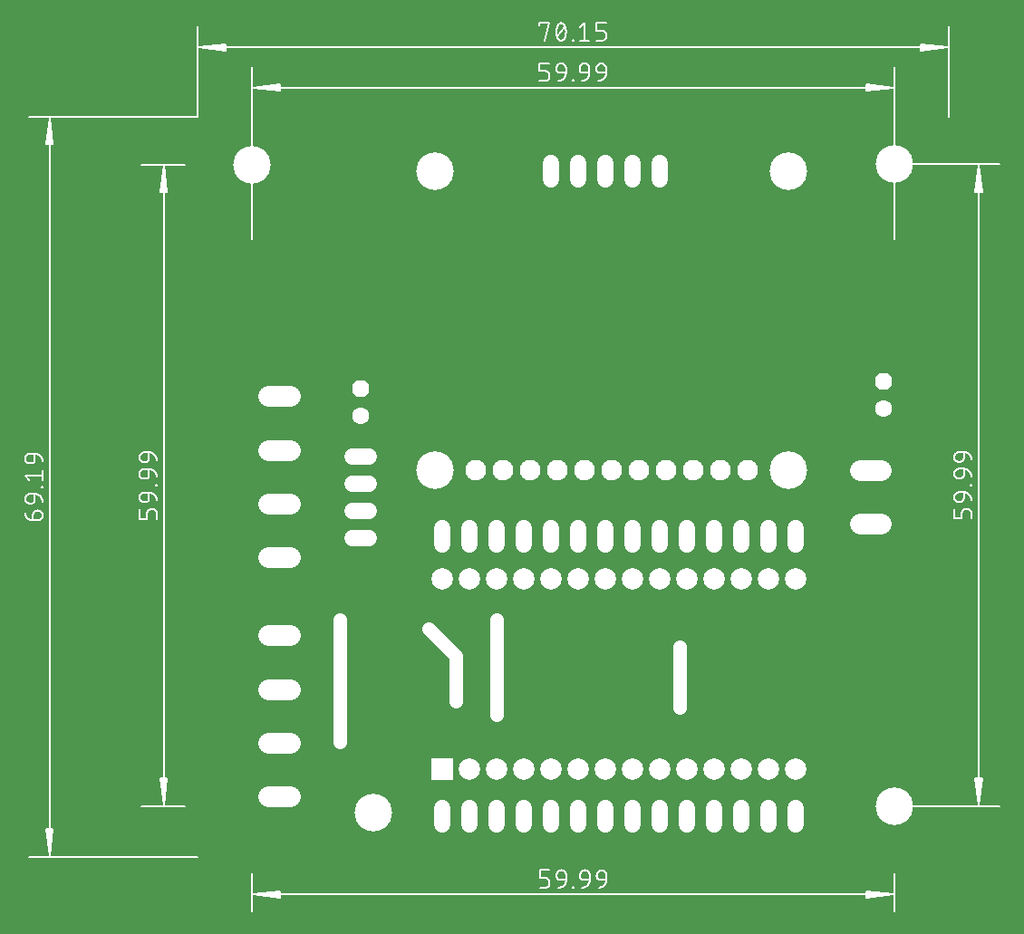
<source format=gbr>
G04 EAGLE Gerber RS-274X export*
G75*
%MOMM*%
%FSLAX34Y34*%
%LPD*%
%INTop Copper*%
%IPNEG*%
%AMOC8*
5,1,8,0,0,1.08239X$1,22.5*%
G01*
%ADD10C,0.130000*%
%ADD11C,0.152400*%
%ADD12C,1.524000*%
%ADD13C,2.000000*%
%ADD14R,2.000000X2.000000*%
%ADD15C,3.516000*%
%ADD16C,1.930400*%
%ADD17C,1.981200*%
%ADD18P,1.732040X8X112.500000*%
%ADD19C,1.600200*%
%ADD20C,1.016000*%
%ADD21C,1.270000*%


D10*
X50800Y685546D02*
X50800Y846778D01*
X650748Y846778D02*
X650748Y685546D01*
X650098Y827278D02*
X51450Y827278D01*
X76800Y830470D01*
X76800Y824086D01*
X51450Y827278D01*
X76800Y828578D01*
X76800Y825978D02*
X51450Y827278D01*
X76800Y829878D01*
X76800Y824678D02*
X51450Y827278D01*
X624748Y830470D02*
X650098Y827278D01*
X624748Y830470D02*
X624748Y824086D01*
X650098Y827278D01*
X624748Y828578D01*
X624748Y825978D02*
X650098Y827278D01*
X624748Y829878D01*
X624748Y824678D02*
X650098Y827278D01*
D11*
X325045Y833785D02*
X319626Y833785D01*
X325045Y833785D02*
X325163Y833787D01*
X325281Y833793D01*
X325399Y833802D01*
X325516Y833816D01*
X325633Y833833D01*
X325750Y833854D01*
X325865Y833879D01*
X325980Y833908D01*
X326094Y833941D01*
X326206Y833977D01*
X326317Y834017D01*
X326427Y834060D01*
X326536Y834107D01*
X326643Y834157D01*
X326748Y834212D01*
X326851Y834269D01*
X326952Y834330D01*
X327052Y834394D01*
X327149Y834461D01*
X327244Y834531D01*
X327336Y834605D01*
X327427Y834681D01*
X327514Y834761D01*
X327599Y834843D01*
X327681Y834928D01*
X327761Y835015D01*
X327837Y835106D01*
X327911Y835198D01*
X327981Y835293D01*
X328048Y835390D01*
X328112Y835490D01*
X328173Y835591D01*
X328230Y835694D01*
X328285Y835799D01*
X328335Y835906D01*
X328382Y836015D01*
X328425Y836125D01*
X328465Y836236D01*
X328501Y836348D01*
X328534Y836462D01*
X328563Y836577D01*
X328588Y836692D01*
X328609Y836809D01*
X328626Y836926D01*
X328640Y837043D01*
X328649Y837161D01*
X328655Y837279D01*
X328657Y837397D01*
X328657Y839204D01*
X328655Y839322D01*
X328649Y839440D01*
X328640Y839558D01*
X328626Y839675D01*
X328609Y839792D01*
X328588Y839909D01*
X328563Y840024D01*
X328534Y840139D01*
X328501Y840253D01*
X328465Y840365D01*
X328425Y840476D01*
X328382Y840586D01*
X328335Y840695D01*
X328285Y840802D01*
X328230Y840907D01*
X328173Y841010D01*
X328112Y841111D01*
X328048Y841211D01*
X327981Y841308D01*
X327911Y841403D01*
X327837Y841495D01*
X327761Y841586D01*
X327681Y841673D01*
X327599Y841758D01*
X327514Y841840D01*
X327427Y841920D01*
X327336Y841996D01*
X327244Y842070D01*
X327149Y842140D01*
X327052Y842207D01*
X326952Y842271D01*
X326851Y842332D01*
X326748Y842389D01*
X326643Y842444D01*
X326536Y842494D01*
X326427Y842541D01*
X326317Y842584D01*
X326206Y842624D01*
X326094Y842660D01*
X325980Y842693D01*
X325865Y842722D01*
X325750Y842747D01*
X325633Y842768D01*
X325516Y842785D01*
X325399Y842799D01*
X325281Y842808D01*
X325163Y842814D01*
X325045Y842816D01*
X319626Y842816D01*
X319626Y850041D01*
X328657Y850041D01*
X338870Y841010D02*
X344288Y841010D01*
X338870Y841010D02*
X338752Y841012D01*
X338634Y841018D01*
X338516Y841027D01*
X338399Y841041D01*
X338282Y841058D01*
X338165Y841079D01*
X338050Y841104D01*
X337935Y841133D01*
X337821Y841166D01*
X337709Y841202D01*
X337598Y841242D01*
X337488Y841285D01*
X337379Y841332D01*
X337272Y841382D01*
X337167Y841437D01*
X337064Y841494D01*
X336963Y841555D01*
X336863Y841619D01*
X336766Y841686D01*
X336671Y841756D01*
X336579Y841830D01*
X336488Y841906D01*
X336401Y841986D01*
X336316Y842068D01*
X336234Y842153D01*
X336154Y842240D01*
X336078Y842331D01*
X336004Y842423D01*
X335934Y842518D01*
X335867Y842615D01*
X335803Y842715D01*
X335742Y842816D01*
X335685Y842919D01*
X335630Y843024D01*
X335580Y843131D01*
X335533Y843240D01*
X335490Y843350D01*
X335450Y843461D01*
X335414Y843573D01*
X335381Y843687D01*
X335352Y843802D01*
X335327Y843917D01*
X335306Y844034D01*
X335289Y844151D01*
X335275Y844268D01*
X335266Y844386D01*
X335260Y844504D01*
X335258Y844622D01*
X335257Y844622D02*
X335257Y845525D01*
X335259Y845658D01*
X335265Y845790D01*
X335275Y845922D01*
X335288Y846054D01*
X335306Y846186D01*
X335327Y846316D01*
X335352Y846447D01*
X335381Y846576D01*
X335414Y846704D01*
X335450Y846832D01*
X335490Y846958D01*
X335534Y847083D01*
X335582Y847207D01*
X335633Y847329D01*
X335688Y847450D01*
X335746Y847569D01*
X335808Y847687D01*
X335873Y847802D01*
X335942Y847916D01*
X336013Y848027D01*
X336089Y848136D01*
X336167Y848243D01*
X336248Y848348D01*
X336333Y848450D01*
X336420Y848550D01*
X336510Y848647D01*
X336603Y848742D01*
X336699Y848833D01*
X336797Y848922D01*
X336898Y849008D01*
X337002Y849091D01*
X337108Y849171D01*
X337216Y849247D01*
X337326Y849321D01*
X337439Y849391D01*
X337553Y849458D01*
X337670Y849521D01*
X337788Y849581D01*
X337908Y849638D01*
X338030Y849691D01*
X338153Y849740D01*
X338277Y849786D01*
X338403Y849828D01*
X338530Y849866D01*
X338658Y849901D01*
X338787Y849932D01*
X338916Y849959D01*
X339047Y849982D01*
X339178Y850002D01*
X339310Y850017D01*
X339442Y850029D01*
X339574Y850037D01*
X339707Y850041D01*
X339839Y850041D01*
X339972Y850037D01*
X340104Y850029D01*
X340236Y850017D01*
X340368Y850002D01*
X340499Y849982D01*
X340630Y849959D01*
X340759Y849932D01*
X340888Y849901D01*
X341016Y849866D01*
X341143Y849828D01*
X341269Y849786D01*
X341393Y849740D01*
X341516Y849691D01*
X341638Y849638D01*
X341758Y849581D01*
X341876Y849521D01*
X341993Y849458D01*
X342107Y849391D01*
X342220Y849321D01*
X342330Y849247D01*
X342438Y849171D01*
X342544Y849091D01*
X342648Y849008D01*
X342749Y848922D01*
X342847Y848833D01*
X342943Y848742D01*
X343036Y848647D01*
X343126Y848550D01*
X343213Y848450D01*
X343298Y848348D01*
X343379Y848243D01*
X343457Y848136D01*
X343533Y848027D01*
X343604Y847916D01*
X343673Y847802D01*
X343738Y847687D01*
X343800Y847569D01*
X343858Y847450D01*
X343913Y847329D01*
X343964Y847207D01*
X344012Y847083D01*
X344056Y846958D01*
X344096Y846832D01*
X344132Y846704D01*
X344165Y846576D01*
X344194Y846447D01*
X344219Y846316D01*
X344240Y846186D01*
X344258Y846054D01*
X344271Y845922D01*
X344281Y845790D01*
X344287Y845658D01*
X344289Y845525D01*
X344288Y845525D02*
X344288Y841010D01*
X344286Y840835D01*
X344280Y840661D01*
X344269Y840487D01*
X344254Y840313D01*
X344235Y840139D01*
X344212Y839966D01*
X344185Y839794D01*
X344153Y839622D01*
X344118Y839451D01*
X344078Y839281D01*
X344034Y839112D01*
X343986Y838944D01*
X343934Y838777D01*
X343878Y838612D01*
X343818Y838448D01*
X343755Y838285D01*
X343687Y838125D01*
X343615Y837965D01*
X343540Y837808D01*
X343460Y837652D01*
X343377Y837499D01*
X343291Y837347D01*
X343200Y837198D01*
X343106Y837051D01*
X343009Y836906D01*
X342908Y836763D01*
X342804Y836623D01*
X342696Y836486D01*
X342585Y836351D01*
X342471Y836219D01*
X342354Y836090D01*
X342233Y835963D01*
X342110Y835840D01*
X341983Y835719D01*
X341854Y835602D01*
X341722Y835488D01*
X341587Y835377D01*
X341450Y835269D01*
X341310Y835165D01*
X341167Y835064D01*
X341022Y834967D01*
X340875Y834873D01*
X340726Y834782D01*
X340574Y834696D01*
X340421Y834613D01*
X340265Y834533D01*
X340108Y834458D01*
X339948Y834386D01*
X339788Y834318D01*
X339625Y834255D01*
X339461Y834195D01*
X339296Y834139D01*
X339129Y834087D01*
X338961Y834039D01*
X338792Y833995D01*
X338622Y833955D01*
X338451Y833920D01*
X338279Y833888D01*
X338107Y833861D01*
X337934Y833838D01*
X337760Y833819D01*
X337586Y833804D01*
X337412Y833793D01*
X337238Y833787D01*
X337063Y833785D01*
X350263Y833785D02*
X350263Y834688D01*
X351166Y834688D01*
X351166Y833785D01*
X350263Y833785D01*
X360753Y841010D02*
X366172Y841010D01*
X360753Y841010D02*
X360635Y841012D01*
X360517Y841018D01*
X360399Y841027D01*
X360282Y841041D01*
X360165Y841058D01*
X360048Y841079D01*
X359933Y841104D01*
X359818Y841133D01*
X359704Y841166D01*
X359592Y841202D01*
X359481Y841242D01*
X359371Y841285D01*
X359262Y841332D01*
X359155Y841382D01*
X359050Y841437D01*
X358947Y841494D01*
X358846Y841555D01*
X358746Y841619D01*
X358649Y841686D01*
X358554Y841756D01*
X358462Y841830D01*
X358371Y841906D01*
X358284Y841986D01*
X358199Y842068D01*
X358117Y842153D01*
X358037Y842240D01*
X357961Y842331D01*
X357887Y842423D01*
X357817Y842518D01*
X357750Y842615D01*
X357686Y842715D01*
X357625Y842816D01*
X357568Y842919D01*
X357513Y843024D01*
X357463Y843131D01*
X357416Y843240D01*
X357373Y843350D01*
X357333Y843461D01*
X357297Y843573D01*
X357264Y843687D01*
X357235Y843802D01*
X357210Y843917D01*
X357189Y844034D01*
X357172Y844151D01*
X357158Y844268D01*
X357149Y844386D01*
X357143Y844504D01*
X357141Y844622D01*
X357141Y845525D01*
X357140Y845525D02*
X357142Y845658D01*
X357148Y845790D01*
X357158Y845922D01*
X357171Y846054D01*
X357189Y846186D01*
X357210Y846316D01*
X357235Y846447D01*
X357264Y846576D01*
X357297Y846704D01*
X357333Y846832D01*
X357373Y846958D01*
X357417Y847083D01*
X357465Y847207D01*
X357516Y847329D01*
X357571Y847450D01*
X357629Y847569D01*
X357691Y847687D01*
X357756Y847802D01*
X357825Y847916D01*
X357896Y848027D01*
X357972Y848136D01*
X358050Y848243D01*
X358131Y848348D01*
X358216Y848450D01*
X358303Y848550D01*
X358393Y848647D01*
X358486Y848742D01*
X358582Y848833D01*
X358680Y848922D01*
X358781Y849008D01*
X358885Y849091D01*
X358991Y849171D01*
X359099Y849247D01*
X359209Y849321D01*
X359322Y849391D01*
X359436Y849458D01*
X359553Y849521D01*
X359671Y849581D01*
X359791Y849638D01*
X359913Y849691D01*
X360036Y849740D01*
X360160Y849786D01*
X360286Y849828D01*
X360413Y849866D01*
X360541Y849901D01*
X360670Y849932D01*
X360799Y849959D01*
X360930Y849982D01*
X361061Y850002D01*
X361193Y850017D01*
X361325Y850029D01*
X361457Y850037D01*
X361590Y850041D01*
X361722Y850041D01*
X361855Y850037D01*
X361987Y850029D01*
X362119Y850017D01*
X362251Y850002D01*
X362382Y849982D01*
X362513Y849959D01*
X362642Y849932D01*
X362771Y849901D01*
X362899Y849866D01*
X363026Y849828D01*
X363152Y849786D01*
X363276Y849740D01*
X363399Y849691D01*
X363521Y849638D01*
X363641Y849581D01*
X363759Y849521D01*
X363876Y849458D01*
X363990Y849391D01*
X364103Y849321D01*
X364213Y849247D01*
X364321Y849171D01*
X364427Y849091D01*
X364531Y849008D01*
X364632Y848922D01*
X364730Y848833D01*
X364826Y848742D01*
X364919Y848647D01*
X365009Y848550D01*
X365096Y848450D01*
X365181Y848348D01*
X365262Y848243D01*
X365340Y848136D01*
X365416Y848027D01*
X365487Y847916D01*
X365556Y847802D01*
X365621Y847687D01*
X365683Y847569D01*
X365741Y847450D01*
X365796Y847329D01*
X365847Y847207D01*
X365895Y847083D01*
X365939Y846958D01*
X365979Y846832D01*
X366015Y846704D01*
X366048Y846576D01*
X366077Y846447D01*
X366102Y846316D01*
X366123Y846186D01*
X366141Y846054D01*
X366154Y845922D01*
X366164Y845790D01*
X366170Y845658D01*
X366172Y845525D01*
X366172Y841010D01*
X366170Y840835D01*
X366164Y840661D01*
X366153Y840487D01*
X366138Y840313D01*
X366119Y840139D01*
X366096Y839966D01*
X366069Y839794D01*
X366037Y839622D01*
X366002Y839451D01*
X365962Y839281D01*
X365918Y839112D01*
X365870Y838944D01*
X365818Y838777D01*
X365762Y838612D01*
X365702Y838448D01*
X365639Y838285D01*
X365571Y838125D01*
X365499Y837965D01*
X365424Y837808D01*
X365344Y837652D01*
X365261Y837499D01*
X365175Y837347D01*
X365084Y837198D01*
X364990Y837051D01*
X364893Y836906D01*
X364792Y836763D01*
X364688Y836623D01*
X364580Y836486D01*
X364469Y836351D01*
X364355Y836219D01*
X364238Y836090D01*
X364117Y835963D01*
X363994Y835840D01*
X363867Y835719D01*
X363738Y835602D01*
X363606Y835488D01*
X363471Y835377D01*
X363334Y835269D01*
X363194Y835165D01*
X363051Y835064D01*
X362906Y834967D01*
X362759Y834873D01*
X362610Y834782D01*
X362458Y834696D01*
X362305Y834613D01*
X362149Y834533D01*
X361992Y834458D01*
X361832Y834386D01*
X361672Y834318D01*
X361509Y834255D01*
X361345Y834195D01*
X361180Y834139D01*
X361013Y834087D01*
X360845Y834039D01*
X360676Y833995D01*
X360506Y833955D01*
X360335Y833920D01*
X360163Y833888D01*
X359991Y833861D01*
X359818Y833838D01*
X359644Y833819D01*
X359470Y833804D01*
X359296Y833793D01*
X359122Y833787D01*
X358947Y833785D01*
X376385Y841010D02*
X381803Y841010D01*
X376385Y841010D02*
X376267Y841012D01*
X376149Y841018D01*
X376031Y841027D01*
X375914Y841041D01*
X375797Y841058D01*
X375680Y841079D01*
X375565Y841104D01*
X375450Y841133D01*
X375336Y841166D01*
X375224Y841202D01*
X375113Y841242D01*
X375003Y841285D01*
X374894Y841332D01*
X374787Y841382D01*
X374682Y841437D01*
X374579Y841494D01*
X374478Y841555D01*
X374378Y841619D01*
X374281Y841686D01*
X374186Y841756D01*
X374094Y841830D01*
X374003Y841906D01*
X373916Y841986D01*
X373831Y842068D01*
X373749Y842153D01*
X373669Y842240D01*
X373593Y842331D01*
X373519Y842423D01*
X373449Y842518D01*
X373382Y842615D01*
X373318Y842715D01*
X373257Y842816D01*
X373200Y842919D01*
X373145Y843024D01*
X373095Y843131D01*
X373048Y843240D01*
X373005Y843350D01*
X372965Y843461D01*
X372929Y843573D01*
X372896Y843687D01*
X372867Y843802D01*
X372842Y843917D01*
X372821Y844034D01*
X372804Y844151D01*
X372790Y844268D01*
X372781Y844386D01*
X372775Y844504D01*
X372773Y844622D01*
X372772Y844622D02*
X372772Y845525D01*
X372774Y845658D01*
X372780Y845790D01*
X372790Y845922D01*
X372803Y846054D01*
X372821Y846186D01*
X372842Y846316D01*
X372867Y846447D01*
X372896Y846576D01*
X372929Y846704D01*
X372965Y846832D01*
X373005Y846958D01*
X373049Y847083D01*
X373097Y847207D01*
X373148Y847329D01*
X373203Y847450D01*
X373261Y847569D01*
X373323Y847687D01*
X373388Y847802D01*
X373457Y847916D01*
X373528Y848027D01*
X373604Y848136D01*
X373682Y848243D01*
X373763Y848348D01*
X373848Y848450D01*
X373935Y848550D01*
X374025Y848647D01*
X374118Y848742D01*
X374214Y848833D01*
X374312Y848922D01*
X374413Y849008D01*
X374517Y849091D01*
X374623Y849171D01*
X374731Y849247D01*
X374841Y849321D01*
X374954Y849391D01*
X375068Y849458D01*
X375185Y849521D01*
X375303Y849581D01*
X375423Y849638D01*
X375545Y849691D01*
X375668Y849740D01*
X375792Y849786D01*
X375918Y849828D01*
X376045Y849866D01*
X376173Y849901D01*
X376302Y849932D01*
X376431Y849959D01*
X376562Y849982D01*
X376693Y850002D01*
X376825Y850017D01*
X376957Y850029D01*
X377089Y850037D01*
X377222Y850041D01*
X377354Y850041D01*
X377487Y850037D01*
X377619Y850029D01*
X377751Y850017D01*
X377883Y850002D01*
X378014Y849982D01*
X378145Y849959D01*
X378274Y849932D01*
X378403Y849901D01*
X378531Y849866D01*
X378658Y849828D01*
X378784Y849786D01*
X378908Y849740D01*
X379031Y849691D01*
X379153Y849638D01*
X379273Y849581D01*
X379391Y849521D01*
X379508Y849458D01*
X379622Y849391D01*
X379735Y849321D01*
X379845Y849247D01*
X379953Y849171D01*
X380059Y849091D01*
X380163Y849008D01*
X380264Y848922D01*
X380362Y848833D01*
X380458Y848742D01*
X380551Y848647D01*
X380641Y848550D01*
X380728Y848450D01*
X380813Y848348D01*
X380894Y848243D01*
X380972Y848136D01*
X381048Y848027D01*
X381119Y847916D01*
X381188Y847802D01*
X381253Y847687D01*
X381315Y847569D01*
X381373Y847450D01*
X381428Y847329D01*
X381479Y847207D01*
X381527Y847083D01*
X381571Y846958D01*
X381611Y846832D01*
X381647Y846704D01*
X381680Y846576D01*
X381709Y846447D01*
X381734Y846316D01*
X381755Y846186D01*
X381773Y846054D01*
X381786Y845922D01*
X381796Y845790D01*
X381802Y845658D01*
X381804Y845525D01*
X381803Y845525D02*
X381803Y841010D01*
X381801Y840835D01*
X381795Y840661D01*
X381784Y840487D01*
X381769Y840313D01*
X381750Y840139D01*
X381727Y839966D01*
X381700Y839794D01*
X381668Y839622D01*
X381633Y839451D01*
X381593Y839281D01*
X381549Y839112D01*
X381501Y838944D01*
X381449Y838777D01*
X381393Y838612D01*
X381333Y838448D01*
X381270Y838285D01*
X381202Y838125D01*
X381130Y837965D01*
X381055Y837808D01*
X380975Y837652D01*
X380892Y837499D01*
X380806Y837347D01*
X380715Y837198D01*
X380621Y837051D01*
X380524Y836906D01*
X380423Y836763D01*
X380319Y836623D01*
X380211Y836486D01*
X380100Y836351D01*
X379986Y836219D01*
X379869Y836090D01*
X379748Y835963D01*
X379625Y835840D01*
X379498Y835719D01*
X379369Y835602D01*
X379237Y835488D01*
X379102Y835377D01*
X378965Y835269D01*
X378825Y835165D01*
X378682Y835064D01*
X378537Y834967D01*
X378390Y834873D01*
X378241Y834782D01*
X378089Y834696D01*
X377936Y834613D01*
X377780Y834533D01*
X377623Y834458D01*
X377463Y834386D01*
X377303Y834318D01*
X377140Y834255D01*
X376976Y834195D01*
X376811Y834139D01*
X376644Y834087D01*
X376476Y834039D01*
X376307Y833995D01*
X376137Y833955D01*
X375966Y833920D01*
X375794Y833888D01*
X375622Y833861D01*
X375449Y833838D01*
X375275Y833819D01*
X375101Y833804D01*
X374927Y833793D01*
X374753Y833787D01*
X374578Y833785D01*
D10*
X645160Y755650D02*
X749242Y755650D01*
X749242Y155702D02*
X645160Y155702D01*
X729742Y156352D02*
X729742Y755000D01*
X726550Y729650D01*
X732934Y729650D01*
X729742Y755000D01*
X728442Y729650D01*
X731042Y729650D02*
X729742Y755000D01*
X727142Y729650D01*
X732342Y729650D02*
X729742Y755000D01*
X726550Y181702D02*
X729742Y156352D01*
X726550Y181702D02*
X732934Y181702D01*
X729742Y156352D01*
X728442Y181702D01*
X731042Y181702D02*
X729742Y156352D01*
X727142Y181702D01*
X732342Y181702D02*
X729742Y156352D01*
D11*
X723235Y424528D02*
X723235Y429947D01*
X723233Y430065D01*
X723227Y430183D01*
X723218Y430301D01*
X723204Y430418D01*
X723187Y430535D01*
X723166Y430652D01*
X723141Y430767D01*
X723112Y430882D01*
X723079Y430996D01*
X723043Y431108D01*
X723003Y431219D01*
X722960Y431329D01*
X722913Y431438D01*
X722863Y431545D01*
X722808Y431650D01*
X722751Y431753D01*
X722690Y431854D01*
X722626Y431954D01*
X722559Y432051D01*
X722489Y432146D01*
X722415Y432238D01*
X722339Y432329D01*
X722259Y432416D01*
X722177Y432501D01*
X722092Y432583D01*
X722005Y432663D01*
X721914Y432739D01*
X721822Y432813D01*
X721727Y432883D01*
X721630Y432950D01*
X721530Y433014D01*
X721429Y433075D01*
X721326Y433132D01*
X721221Y433187D01*
X721114Y433237D01*
X721005Y433284D01*
X720895Y433327D01*
X720784Y433367D01*
X720672Y433403D01*
X720558Y433436D01*
X720443Y433465D01*
X720328Y433490D01*
X720211Y433511D01*
X720094Y433528D01*
X719977Y433542D01*
X719859Y433551D01*
X719741Y433557D01*
X719623Y433559D01*
X717816Y433559D01*
X717698Y433557D01*
X717580Y433551D01*
X717462Y433542D01*
X717345Y433528D01*
X717228Y433511D01*
X717111Y433490D01*
X716996Y433465D01*
X716881Y433436D01*
X716767Y433403D01*
X716655Y433367D01*
X716544Y433327D01*
X716434Y433284D01*
X716325Y433237D01*
X716218Y433187D01*
X716113Y433132D01*
X716010Y433075D01*
X715909Y433014D01*
X715809Y432950D01*
X715712Y432883D01*
X715617Y432813D01*
X715525Y432739D01*
X715434Y432663D01*
X715347Y432583D01*
X715262Y432501D01*
X715180Y432416D01*
X715100Y432329D01*
X715024Y432238D01*
X714950Y432146D01*
X714880Y432051D01*
X714813Y431954D01*
X714749Y431854D01*
X714688Y431753D01*
X714631Y431650D01*
X714576Y431545D01*
X714526Y431438D01*
X714479Y431329D01*
X714436Y431219D01*
X714396Y431108D01*
X714360Y430996D01*
X714327Y430882D01*
X714298Y430767D01*
X714273Y430652D01*
X714252Y430535D01*
X714235Y430418D01*
X714221Y430301D01*
X714212Y430183D01*
X714206Y430065D01*
X714204Y429947D01*
X714204Y424528D01*
X706979Y424528D01*
X706979Y433559D01*
X716010Y443772D02*
X716010Y449190D01*
X716010Y443772D02*
X716008Y443654D01*
X716002Y443536D01*
X715993Y443418D01*
X715979Y443301D01*
X715962Y443184D01*
X715941Y443067D01*
X715916Y442952D01*
X715887Y442837D01*
X715854Y442723D01*
X715818Y442611D01*
X715778Y442500D01*
X715735Y442390D01*
X715688Y442281D01*
X715638Y442174D01*
X715583Y442069D01*
X715526Y441966D01*
X715465Y441865D01*
X715401Y441765D01*
X715334Y441668D01*
X715264Y441573D01*
X715190Y441481D01*
X715114Y441390D01*
X715034Y441303D01*
X714952Y441218D01*
X714867Y441136D01*
X714780Y441056D01*
X714689Y440980D01*
X714597Y440906D01*
X714502Y440836D01*
X714405Y440769D01*
X714305Y440705D01*
X714204Y440644D01*
X714101Y440587D01*
X713996Y440532D01*
X713889Y440482D01*
X713780Y440435D01*
X713670Y440392D01*
X713559Y440352D01*
X713447Y440316D01*
X713333Y440283D01*
X713218Y440254D01*
X713103Y440229D01*
X712986Y440208D01*
X712869Y440191D01*
X712752Y440177D01*
X712634Y440168D01*
X712516Y440162D01*
X712398Y440160D01*
X712398Y440159D02*
X711495Y440159D01*
X711362Y440161D01*
X711230Y440167D01*
X711098Y440177D01*
X710966Y440190D01*
X710834Y440208D01*
X710704Y440229D01*
X710573Y440254D01*
X710444Y440283D01*
X710316Y440316D01*
X710188Y440352D01*
X710062Y440392D01*
X709937Y440436D01*
X709813Y440484D01*
X709691Y440535D01*
X709570Y440590D01*
X709451Y440648D01*
X709333Y440710D01*
X709218Y440775D01*
X709104Y440844D01*
X708993Y440915D01*
X708884Y440991D01*
X708777Y441069D01*
X708672Y441150D01*
X708570Y441235D01*
X708470Y441322D01*
X708373Y441412D01*
X708278Y441505D01*
X708187Y441601D01*
X708098Y441699D01*
X708012Y441800D01*
X707929Y441904D01*
X707849Y442010D01*
X707773Y442118D01*
X707699Y442228D01*
X707629Y442341D01*
X707562Y442455D01*
X707499Y442572D01*
X707439Y442690D01*
X707382Y442810D01*
X707329Y442932D01*
X707280Y443055D01*
X707234Y443179D01*
X707192Y443305D01*
X707154Y443432D01*
X707119Y443560D01*
X707088Y443689D01*
X707061Y443818D01*
X707038Y443949D01*
X707018Y444080D01*
X707003Y444212D01*
X706991Y444344D01*
X706983Y444476D01*
X706979Y444609D01*
X706979Y444741D01*
X706983Y444874D01*
X706991Y445006D01*
X707003Y445138D01*
X707018Y445270D01*
X707038Y445401D01*
X707061Y445532D01*
X707088Y445661D01*
X707119Y445790D01*
X707154Y445918D01*
X707192Y446045D01*
X707234Y446171D01*
X707280Y446295D01*
X707329Y446418D01*
X707382Y446540D01*
X707439Y446660D01*
X707499Y446778D01*
X707562Y446895D01*
X707629Y447009D01*
X707699Y447122D01*
X707773Y447232D01*
X707849Y447340D01*
X707929Y447446D01*
X708012Y447550D01*
X708098Y447651D01*
X708187Y447749D01*
X708278Y447845D01*
X708373Y447938D01*
X708470Y448028D01*
X708570Y448115D01*
X708672Y448200D01*
X708777Y448281D01*
X708884Y448359D01*
X708993Y448435D01*
X709104Y448506D01*
X709218Y448575D01*
X709333Y448640D01*
X709451Y448702D01*
X709570Y448760D01*
X709691Y448815D01*
X709813Y448866D01*
X709937Y448914D01*
X710062Y448958D01*
X710188Y448998D01*
X710316Y449034D01*
X710444Y449067D01*
X710573Y449096D01*
X710704Y449121D01*
X710834Y449142D01*
X710966Y449160D01*
X711098Y449173D01*
X711230Y449183D01*
X711362Y449189D01*
X711495Y449191D01*
X711495Y449190D02*
X716010Y449190D01*
X716185Y449188D01*
X716359Y449182D01*
X716533Y449171D01*
X716707Y449156D01*
X716881Y449137D01*
X717054Y449114D01*
X717226Y449087D01*
X717398Y449055D01*
X717569Y449020D01*
X717739Y448980D01*
X717908Y448936D01*
X718076Y448888D01*
X718243Y448836D01*
X718408Y448780D01*
X718572Y448720D01*
X718735Y448657D01*
X718895Y448589D01*
X719055Y448517D01*
X719212Y448442D01*
X719368Y448362D01*
X719521Y448279D01*
X719673Y448193D01*
X719822Y448102D01*
X719969Y448008D01*
X720114Y447911D01*
X720257Y447810D01*
X720397Y447706D01*
X720534Y447598D01*
X720669Y447487D01*
X720801Y447373D01*
X720930Y447256D01*
X721057Y447135D01*
X721180Y447012D01*
X721301Y446885D01*
X721418Y446756D01*
X721532Y446624D01*
X721643Y446489D01*
X721751Y446352D01*
X721855Y446212D01*
X721956Y446069D01*
X722053Y445924D01*
X722147Y445777D01*
X722238Y445628D01*
X722324Y445476D01*
X722407Y445323D01*
X722487Y445167D01*
X722562Y445010D01*
X722634Y444850D01*
X722702Y444690D01*
X722765Y444527D01*
X722825Y444363D01*
X722881Y444198D01*
X722933Y444031D01*
X722981Y443863D01*
X723025Y443694D01*
X723065Y443524D01*
X723100Y443353D01*
X723132Y443181D01*
X723159Y443009D01*
X723182Y442836D01*
X723201Y442662D01*
X723216Y442488D01*
X723227Y442314D01*
X723233Y442140D01*
X723235Y441965D01*
X723235Y455165D02*
X722332Y455165D01*
X722332Y456068D01*
X723235Y456068D01*
X723235Y455165D01*
X716010Y465655D02*
X716010Y471074D01*
X716010Y465655D02*
X716008Y465537D01*
X716002Y465419D01*
X715993Y465301D01*
X715979Y465184D01*
X715962Y465067D01*
X715941Y464950D01*
X715916Y464835D01*
X715887Y464720D01*
X715854Y464606D01*
X715818Y464494D01*
X715778Y464383D01*
X715735Y464273D01*
X715688Y464164D01*
X715638Y464057D01*
X715583Y463952D01*
X715526Y463849D01*
X715465Y463748D01*
X715401Y463648D01*
X715334Y463551D01*
X715264Y463456D01*
X715190Y463364D01*
X715114Y463273D01*
X715034Y463186D01*
X714952Y463101D01*
X714867Y463019D01*
X714780Y462939D01*
X714689Y462863D01*
X714597Y462789D01*
X714502Y462719D01*
X714405Y462652D01*
X714305Y462588D01*
X714204Y462527D01*
X714101Y462470D01*
X713996Y462415D01*
X713889Y462365D01*
X713780Y462318D01*
X713670Y462275D01*
X713559Y462235D01*
X713447Y462199D01*
X713333Y462166D01*
X713218Y462137D01*
X713103Y462112D01*
X712986Y462091D01*
X712869Y462074D01*
X712752Y462060D01*
X712634Y462051D01*
X712516Y462045D01*
X712398Y462043D01*
X711495Y462043D01*
X711495Y462042D02*
X711362Y462044D01*
X711230Y462050D01*
X711098Y462060D01*
X710966Y462073D01*
X710834Y462091D01*
X710704Y462112D01*
X710573Y462137D01*
X710444Y462166D01*
X710316Y462199D01*
X710188Y462235D01*
X710062Y462275D01*
X709937Y462319D01*
X709813Y462367D01*
X709691Y462418D01*
X709570Y462473D01*
X709451Y462531D01*
X709333Y462593D01*
X709218Y462658D01*
X709104Y462727D01*
X708993Y462798D01*
X708884Y462874D01*
X708777Y462952D01*
X708672Y463033D01*
X708570Y463118D01*
X708470Y463205D01*
X708373Y463295D01*
X708278Y463388D01*
X708187Y463484D01*
X708098Y463582D01*
X708012Y463683D01*
X707929Y463787D01*
X707849Y463893D01*
X707773Y464001D01*
X707699Y464111D01*
X707629Y464224D01*
X707562Y464338D01*
X707499Y464455D01*
X707439Y464573D01*
X707382Y464693D01*
X707329Y464815D01*
X707280Y464938D01*
X707234Y465062D01*
X707192Y465188D01*
X707154Y465315D01*
X707119Y465443D01*
X707088Y465572D01*
X707061Y465701D01*
X707038Y465832D01*
X707018Y465963D01*
X707003Y466095D01*
X706991Y466227D01*
X706983Y466359D01*
X706979Y466492D01*
X706979Y466624D01*
X706983Y466757D01*
X706991Y466889D01*
X707003Y467021D01*
X707018Y467153D01*
X707038Y467284D01*
X707061Y467415D01*
X707088Y467544D01*
X707119Y467673D01*
X707154Y467801D01*
X707192Y467928D01*
X707234Y468054D01*
X707280Y468178D01*
X707329Y468301D01*
X707382Y468423D01*
X707439Y468543D01*
X707499Y468661D01*
X707562Y468778D01*
X707629Y468892D01*
X707699Y469005D01*
X707773Y469115D01*
X707849Y469223D01*
X707929Y469329D01*
X708012Y469433D01*
X708098Y469534D01*
X708187Y469632D01*
X708278Y469728D01*
X708373Y469821D01*
X708470Y469911D01*
X708570Y469998D01*
X708672Y470083D01*
X708777Y470164D01*
X708884Y470242D01*
X708993Y470318D01*
X709104Y470389D01*
X709218Y470458D01*
X709333Y470523D01*
X709451Y470585D01*
X709570Y470643D01*
X709691Y470698D01*
X709813Y470749D01*
X709937Y470797D01*
X710062Y470841D01*
X710188Y470881D01*
X710316Y470917D01*
X710444Y470950D01*
X710573Y470979D01*
X710704Y471004D01*
X710834Y471025D01*
X710966Y471043D01*
X711098Y471056D01*
X711230Y471066D01*
X711362Y471072D01*
X711495Y471074D01*
X716010Y471074D01*
X716185Y471072D01*
X716359Y471066D01*
X716533Y471055D01*
X716707Y471040D01*
X716881Y471021D01*
X717054Y470998D01*
X717226Y470971D01*
X717398Y470939D01*
X717569Y470904D01*
X717739Y470864D01*
X717908Y470820D01*
X718076Y470772D01*
X718243Y470720D01*
X718408Y470664D01*
X718572Y470604D01*
X718735Y470541D01*
X718895Y470473D01*
X719055Y470401D01*
X719212Y470326D01*
X719368Y470246D01*
X719521Y470163D01*
X719673Y470077D01*
X719822Y469986D01*
X719969Y469892D01*
X720114Y469795D01*
X720257Y469694D01*
X720397Y469590D01*
X720534Y469482D01*
X720669Y469371D01*
X720801Y469257D01*
X720930Y469140D01*
X721057Y469019D01*
X721180Y468896D01*
X721301Y468769D01*
X721418Y468640D01*
X721532Y468508D01*
X721643Y468373D01*
X721751Y468236D01*
X721855Y468096D01*
X721956Y467953D01*
X722053Y467808D01*
X722147Y467661D01*
X722238Y467512D01*
X722324Y467360D01*
X722407Y467207D01*
X722487Y467051D01*
X722562Y466894D01*
X722634Y466734D01*
X722702Y466574D01*
X722765Y466411D01*
X722825Y466247D01*
X722881Y466082D01*
X722933Y465915D01*
X722981Y465747D01*
X723025Y465578D01*
X723065Y465408D01*
X723100Y465237D01*
X723132Y465065D01*
X723159Y464893D01*
X723182Y464720D01*
X723201Y464546D01*
X723216Y464372D01*
X723227Y464198D01*
X723233Y464024D01*
X723235Y463849D01*
X716010Y481287D02*
X716010Y486705D01*
X716010Y481287D02*
X716008Y481169D01*
X716002Y481051D01*
X715993Y480933D01*
X715979Y480816D01*
X715962Y480699D01*
X715941Y480582D01*
X715916Y480467D01*
X715887Y480352D01*
X715854Y480238D01*
X715818Y480126D01*
X715778Y480015D01*
X715735Y479905D01*
X715688Y479796D01*
X715638Y479689D01*
X715583Y479584D01*
X715526Y479481D01*
X715465Y479380D01*
X715401Y479280D01*
X715334Y479183D01*
X715264Y479088D01*
X715190Y478996D01*
X715114Y478905D01*
X715034Y478818D01*
X714952Y478733D01*
X714867Y478651D01*
X714780Y478571D01*
X714689Y478495D01*
X714597Y478421D01*
X714502Y478351D01*
X714405Y478284D01*
X714305Y478220D01*
X714204Y478159D01*
X714101Y478102D01*
X713996Y478047D01*
X713889Y477997D01*
X713780Y477950D01*
X713670Y477907D01*
X713559Y477867D01*
X713447Y477831D01*
X713333Y477798D01*
X713218Y477769D01*
X713103Y477744D01*
X712986Y477723D01*
X712869Y477706D01*
X712752Y477692D01*
X712634Y477683D01*
X712516Y477677D01*
X712398Y477675D01*
X712398Y477674D02*
X711495Y477674D01*
X711362Y477676D01*
X711230Y477682D01*
X711098Y477692D01*
X710966Y477705D01*
X710834Y477723D01*
X710704Y477744D01*
X710573Y477769D01*
X710444Y477798D01*
X710316Y477831D01*
X710188Y477867D01*
X710062Y477907D01*
X709937Y477951D01*
X709813Y477999D01*
X709691Y478050D01*
X709570Y478105D01*
X709451Y478163D01*
X709333Y478225D01*
X709218Y478290D01*
X709104Y478359D01*
X708993Y478430D01*
X708884Y478506D01*
X708777Y478584D01*
X708672Y478665D01*
X708570Y478750D01*
X708470Y478837D01*
X708373Y478927D01*
X708278Y479020D01*
X708187Y479116D01*
X708098Y479214D01*
X708012Y479315D01*
X707929Y479419D01*
X707849Y479525D01*
X707773Y479633D01*
X707699Y479743D01*
X707629Y479856D01*
X707562Y479970D01*
X707499Y480087D01*
X707439Y480205D01*
X707382Y480325D01*
X707329Y480447D01*
X707280Y480570D01*
X707234Y480694D01*
X707192Y480820D01*
X707154Y480947D01*
X707119Y481075D01*
X707088Y481204D01*
X707061Y481333D01*
X707038Y481464D01*
X707018Y481595D01*
X707003Y481727D01*
X706991Y481859D01*
X706983Y481991D01*
X706979Y482124D01*
X706979Y482256D01*
X706983Y482389D01*
X706991Y482521D01*
X707003Y482653D01*
X707018Y482785D01*
X707038Y482916D01*
X707061Y483047D01*
X707088Y483176D01*
X707119Y483305D01*
X707154Y483433D01*
X707192Y483560D01*
X707234Y483686D01*
X707280Y483810D01*
X707329Y483933D01*
X707382Y484055D01*
X707439Y484175D01*
X707499Y484293D01*
X707562Y484410D01*
X707629Y484524D01*
X707699Y484637D01*
X707773Y484747D01*
X707849Y484855D01*
X707929Y484961D01*
X708012Y485065D01*
X708098Y485166D01*
X708187Y485264D01*
X708278Y485360D01*
X708373Y485453D01*
X708470Y485543D01*
X708570Y485630D01*
X708672Y485715D01*
X708777Y485796D01*
X708884Y485874D01*
X708993Y485950D01*
X709104Y486021D01*
X709218Y486090D01*
X709333Y486155D01*
X709451Y486217D01*
X709570Y486275D01*
X709691Y486330D01*
X709813Y486381D01*
X709937Y486429D01*
X710062Y486473D01*
X710188Y486513D01*
X710316Y486549D01*
X710444Y486582D01*
X710573Y486611D01*
X710704Y486636D01*
X710834Y486657D01*
X710966Y486675D01*
X711098Y486688D01*
X711230Y486698D01*
X711362Y486704D01*
X711495Y486706D01*
X711495Y486705D02*
X716010Y486705D01*
X716185Y486703D01*
X716359Y486697D01*
X716533Y486686D01*
X716707Y486671D01*
X716881Y486652D01*
X717054Y486629D01*
X717226Y486602D01*
X717398Y486570D01*
X717569Y486535D01*
X717739Y486495D01*
X717908Y486451D01*
X718076Y486403D01*
X718243Y486351D01*
X718408Y486295D01*
X718572Y486235D01*
X718735Y486172D01*
X718895Y486104D01*
X719055Y486032D01*
X719212Y485957D01*
X719368Y485877D01*
X719521Y485794D01*
X719673Y485708D01*
X719822Y485617D01*
X719969Y485523D01*
X720114Y485426D01*
X720257Y485325D01*
X720397Y485221D01*
X720534Y485113D01*
X720669Y485002D01*
X720801Y484888D01*
X720930Y484771D01*
X721057Y484650D01*
X721180Y484527D01*
X721301Y484400D01*
X721418Y484271D01*
X721532Y484139D01*
X721643Y484004D01*
X721751Y483867D01*
X721855Y483727D01*
X721956Y483584D01*
X722053Y483439D01*
X722147Y483292D01*
X722238Y483143D01*
X722324Y482991D01*
X722407Y482838D01*
X722487Y482682D01*
X722562Y482525D01*
X722634Y482365D01*
X722702Y482205D01*
X722765Y482042D01*
X722825Y481878D01*
X722881Y481713D01*
X722933Y481546D01*
X722981Y481378D01*
X723025Y481209D01*
X723065Y481039D01*
X723100Y480868D01*
X723132Y480696D01*
X723159Y480524D01*
X723182Y480351D01*
X723201Y480177D01*
X723216Y480003D01*
X723227Y479829D01*
X723233Y479655D01*
X723235Y479480D01*
D10*
X-11996Y755396D02*
X-52578Y755396D01*
X-52578Y155448D02*
X-11996Y155448D01*
X-31496Y156098D02*
X-31496Y754746D01*
X-34688Y729396D01*
X-28304Y729396D01*
X-31496Y754746D01*
X-32796Y729396D01*
X-30196Y729396D02*
X-31496Y754746D01*
X-34096Y729396D01*
X-28896Y729396D02*
X-31496Y754746D01*
X-34688Y181448D02*
X-31496Y156098D01*
X-34688Y181448D02*
X-28304Y181448D01*
X-31496Y156098D01*
X-32796Y181448D01*
X-30196Y181448D02*
X-31496Y156098D01*
X-34096Y181448D01*
X-28896Y181448D02*
X-31496Y156098D01*
D11*
X-38003Y424274D02*
X-38003Y429693D01*
X-38005Y429811D01*
X-38011Y429929D01*
X-38020Y430047D01*
X-38034Y430164D01*
X-38051Y430281D01*
X-38072Y430398D01*
X-38097Y430513D01*
X-38126Y430628D01*
X-38159Y430742D01*
X-38195Y430854D01*
X-38235Y430965D01*
X-38278Y431075D01*
X-38325Y431184D01*
X-38375Y431291D01*
X-38430Y431396D01*
X-38487Y431499D01*
X-38548Y431600D01*
X-38612Y431700D01*
X-38679Y431797D01*
X-38749Y431892D01*
X-38823Y431984D01*
X-38899Y432075D01*
X-38979Y432162D01*
X-39061Y432247D01*
X-39146Y432329D01*
X-39233Y432409D01*
X-39324Y432485D01*
X-39416Y432559D01*
X-39511Y432629D01*
X-39608Y432696D01*
X-39708Y432760D01*
X-39809Y432821D01*
X-39912Y432878D01*
X-40017Y432933D01*
X-40124Y432983D01*
X-40233Y433030D01*
X-40343Y433073D01*
X-40454Y433113D01*
X-40566Y433149D01*
X-40680Y433182D01*
X-40795Y433211D01*
X-40910Y433236D01*
X-41027Y433257D01*
X-41144Y433274D01*
X-41261Y433288D01*
X-41379Y433297D01*
X-41497Y433303D01*
X-41615Y433305D01*
X-43422Y433305D01*
X-43540Y433303D01*
X-43658Y433297D01*
X-43776Y433288D01*
X-43893Y433274D01*
X-44010Y433257D01*
X-44127Y433236D01*
X-44242Y433211D01*
X-44357Y433182D01*
X-44471Y433149D01*
X-44583Y433113D01*
X-44694Y433073D01*
X-44804Y433030D01*
X-44913Y432983D01*
X-45020Y432933D01*
X-45125Y432878D01*
X-45228Y432821D01*
X-45329Y432760D01*
X-45429Y432696D01*
X-45526Y432629D01*
X-45621Y432559D01*
X-45713Y432485D01*
X-45804Y432409D01*
X-45891Y432329D01*
X-45976Y432247D01*
X-46058Y432162D01*
X-46138Y432075D01*
X-46214Y431984D01*
X-46288Y431892D01*
X-46358Y431797D01*
X-46425Y431700D01*
X-46489Y431600D01*
X-46550Y431499D01*
X-46607Y431396D01*
X-46662Y431291D01*
X-46712Y431184D01*
X-46759Y431075D01*
X-46802Y430965D01*
X-46842Y430854D01*
X-46878Y430742D01*
X-46911Y430628D01*
X-46940Y430513D01*
X-46965Y430398D01*
X-46986Y430281D01*
X-47003Y430164D01*
X-47017Y430047D01*
X-47026Y429929D01*
X-47032Y429811D01*
X-47034Y429693D01*
X-47034Y424274D01*
X-54259Y424274D01*
X-54259Y433305D01*
X-45228Y443518D02*
X-45228Y448936D01*
X-45228Y443518D02*
X-45230Y443400D01*
X-45236Y443282D01*
X-45245Y443164D01*
X-45259Y443047D01*
X-45276Y442930D01*
X-45297Y442813D01*
X-45322Y442698D01*
X-45351Y442583D01*
X-45384Y442469D01*
X-45420Y442357D01*
X-45460Y442246D01*
X-45503Y442136D01*
X-45550Y442027D01*
X-45600Y441920D01*
X-45655Y441815D01*
X-45712Y441712D01*
X-45773Y441611D01*
X-45837Y441511D01*
X-45904Y441414D01*
X-45974Y441319D01*
X-46048Y441227D01*
X-46124Y441136D01*
X-46204Y441049D01*
X-46286Y440964D01*
X-46371Y440882D01*
X-46458Y440802D01*
X-46549Y440726D01*
X-46641Y440652D01*
X-46736Y440582D01*
X-46833Y440515D01*
X-46933Y440451D01*
X-47034Y440390D01*
X-47137Y440333D01*
X-47242Y440278D01*
X-47349Y440228D01*
X-47458Y440181D01*
X-47568Y440138D01*
X-47679Y440098D01*
X-47791Y440062D01*
X-47905Y440029D01*
X-48020Y440000D01*
X-48135Y439975D01*
X-48252Y439954D01*
X-48369Y439937D01*
X-48486Y439923D01*
X-48604Y439914D01*
X-48722Y439908D01*
X-48840Y439906D01*
X-48840Y439905D02*
X-49743Y439905D01*
X-49876Y439907D01*
X-50008Y439913D01*
X-50140Y439923D01*
X-50272Y439936D01*
X-50404Y439954D01*
X-50534Y439975D01*
X-50665Y440000D01*
X-50794Y440029D01*
X-50922Y440062D01*
X-51050Y440098D01*
X-51176Y440138D01*
X-51301Y440182D01*
X-51425Y440230D01*
X-51547Y440281D01*
X-51668Y440336D01*
X-51787Y440394D01*
X-51905Y440456D01*
X-52020Y440521D01*
X-52134Y440590D01*
X-52245Y440661D01*
X-52354Y440737D01*
X-52461Y440815D01*
X-52566Y440896D01*
X-52668Y440981D01*
X-52768Y441068D01*
X-52865Y441158D01*
X-52960Y441251D01*
X-53051Y441347D01*
X-53140Y441445D01*
X-53226Y441546D01*
X-53309Y441650D01*
X-53389Y441756D01*
X-53465Y441864D01*
X-53539Y441974D01*
X-53609Y442087D01*
X-53676Y442201D01*
X-53739Y442318D01*
X-53799Y442436D01*
X-53856Y442556D01*
X-53909Y442678D01*
X-53958Y442801D01*
X-54004Y442925D01*
X-54046Y443051D01*
X-54084Y443178D01*
X-54119Y443306D01*
X-54150Y443435D01*
X-54177Y443564D01*
X-54200Y443695D01*
X-54220Y443826D01*
X-54235Y443958D01*
X-54247Y444090D01*
X-54255Y444222D01*
X-54259Y444355D01*
X-54259Y444487D01*
X-54255Y444620D01*
X-54247Y444752D01*
X-54235Y444884D01*
X-54220Y445016D01*
X-54200Y445147D01*
X-54177Y445278D01*
X-54150Y445407D01*
X-54119Y445536D01*
X-54084Y445664D01*
X-54046Y445791D01*
X-54004Y445917D01*
X-53958Y446041D01*
X-53909Y446164D01*
X-53856Y446286D01*
X-53799Y446406D01*
X-53739Y446524D01*
X-53676Y446641D01*
X-53609Y446755D01*
X-53539Y446868D01*
X-53465Y446978D01*
X-53389Y447086D01*
X-53309Y447192D01*
X-53226Y447296D01*
X-53140Y447397D01*
X-53051Y447495D01*
X-52960Y447591D01*
X-52865Y447684D01*
X-52768Y447774D01*
X-52668Y447861D01*
X-52566Y447946D01*
X-52461Y448027D01*
X-52354Y448105D01*
X-52245Y448181D01*
X-52134Y448252D01*
X-52020Y448321D01*
X-51905Y448386D01*
X-51787Y448448D01*
X-51668Y448506D01*
X-51547Y448561D01*
X-51425Y448612D01*
X-51301Y448660D01*
X-51176Y448704D01*
X-51050Y448744D01*
X-50922Y448780D01*
X-50794Y448813D01*
X-50665Y448842D01*
X-50534Y448867D01*
X-50404Y448888D01*
X-50272Y448906D01*
X-50140Y448919D01*
X-50008Y448929D01*
X-49876Y448935D01*
X-49743Y448937D01*
X-49743Y448936D02*
X-45228Y448936D01*
X-45053Y448934D01*
X-44879Y448928D01*
X-44705Y448917D01*
X-44531Y448902D01*
X-44357Y448883D01*
X-44184Y448860D01*
X-44012Y448833D01*
X-43840Y448801D01*
X-43669Y448766D01*
X-43499Y448726D01*
X-43330Y448682D01*
X-43162Y448634D01*
X-42995Y448582D01*
X-42830Y448526D01*
X-42666Y448466D01*
X-42503Y448403D01*
X-42343Y448335D01*
X-42183Y448263D01*
X-42026Y448188D01*
X-41870Y448108D01*
X-41717Y448025D01*
X-41565Y447939D01*
X-41416Y447848D01*
X-41269Y447754D01*
X-41124Y447657D01*
X-40981Y447556D01*
X-40841Y447452D01*
X-40704Y447344D01*
X-40569Y447233D01*
X-40437Y447119D01*
X-40308Y447002D01*
X-40181Y446881D01*
X-40058Y446758D01*
X-39937Y446631D01*
X-39820Y446502D01*
X-39706Y446370D01*
X-39595Y446235D01*
X-39487Y446098D01*
X-39383Y445958D01*
X-39282Y445815D01*
X-39185Y445670D01*
X-39091Y445523D01*
X-39000Y445374D01*
X-38914Y445222D01*
X-38831Y445069D01*
X-38751Y444913D01*
X-38676Y444756D01*
X-38604Y444596D01*
X-38536Y444436D01*
X-38473Y444273D01*
X-38413Y444109D01*
X-38357Y443944D01*
X-38305Y443777D01*
X-38257Y443609D01*
X-38213Y443440D01*
X-38173Y443270D01*
X-38138Y443099D01*
X-38106Y442927D01*
X-38079Y442755D01*
X-38056Y442582D01*
X-38037Y442408D01*
X-38022Y442234D01*
X-38011Y442060D01*
X-38005Y441886D01*
X-38003Y441711D01*
X-38003Y454911D02*
X-38906Y454911D01*
X-38906Y455814D01*
X-38003Y455814D01*
X-38003Y454911D01*
X-45228Y465401D02*
X-45228Y470820D01*
X-45228Y465401D02*
X-45230Y465283D01*
X-45236Y465165D01*
X-45245Y465047D01*
X-45259Y464930D01*
X-45276Y464813D01*
X-45297Y464696D01*
X-45322Y464581D01*
X-45351Y464466D01*
X-45384Y464352D01*
X-45420Y464240D01*
X-45460Y464129D01*
X-45503Y464019D01*
X-45550Y463910D01*
X-45600Y463803D01*
X-45655Y463698D01*
X-45712Y463595D01*
X-45773Y463494D01*
X-45837Y463394D01*
X-45904Y463297D01*
X-45974Y463202D01*
X-46048Y463110D01*
X-46124Y463019D01*
X-46204Y462932D01*
X-46286Y462847D01*
X-46371Y462765D01*
X-46458Y462685D01*
X-46549Y462609D01*
X-46641Y462535D01*
X-46736Y462465D01*
X-46833Y462398D01*
X-46933Y462334D01*
X-47034Y462273D01*
X-47137Y462216D01*
X-47242Y462161D01*
X-47349Y462111D01*
X-47458Y462064D01*
X-47568Y462021D01*
X-47679Y461981D01*
X-47791Y461945D01*
X-47905Y461912D01*
X-48020Y461883D01*
X-48135Y461858D01*
X-48252Y461837D01*
X-48369Y461820D01*
X-48486Y461806D01*
X-48604Y461797D01*
X-48722Y461791D01*
X-48840Y461789D01*
X-49743Y461789D01*
X-49743Y461788D02*
X-49876Y461790D01*
X-50008Y461796D01*
X-50140Y461806D01*
X-50272Y461819D01*
X-50404Y461837D01*
X-50534Y461858D01*
X-50665Y461883D01*
X-50794Y461912D01*
X-50922Y461945D01*
X-51050Y461981D01*
X-51176Y462021D01*
X-51301Y462065D01*
X-51425Y462113D01*
X-51547Y462164D01*
X-51668Y462219D01*
X-51787Y462277D01*
X-51905Y462339D01*
X-52020Y462404D01*
X-52134Y462473D01*
X-52245Y462544D01*
X-52354Y462620D01*
X-52461Y462698D01*
X-52566Y462779D01*
X-52668Y462864D01*
X-52768Y462951D01*
X-52865Y463041D01*
X-52960Y463134D01*
X-53051Y463230D01*
X-53140Y463328D01*
X-53226Y463429D01*
X-53309Y463533D01*
X-53389Y463639D01*
X-53465Y463747D01*
X-53539Y463857D01*
X-53609Y463970D01*
X-53676Y464084D01*
X-53739Y464201D01*
X-53799Y464319D01*
X-53856Y464439D01*
X-53909Y464561D01*
X-53958Y464684D01*
X-54004Y464808D01*
X-54046Y464934D01*
X-54084Y465061D01*
X-54119Y465189D01*
X-54150Y465318D01*
X-54177Y465447D01*
X-54200Y465578D01*
X-54220Y465709D01*
X-54235Y465841D01*
X-54247Y465973D01*
X-54255Y466105D01*
X-54259Y466238D01*
X-54259Y466370D01*
X-54255Y466503D01*
X-54247Y466635D01*
X-54235Y466767D01*
X-54220Y466899D01*
X-54200Y467030D01*
X-54177Y467161D01*
X-54150Y467290D01*
X-54119Y467419D01*
X-54084Y467547D01*
X-54046Y467674D01*
X-54004Y467800D01*
X-53958Y467924D01*
X-53909Y468047D01*
X-53856Y468169D01*
X-53799Y468289D01*
X-53739Y468407D01*
X-53676Y468524D01*
X-53609Y468638D01*
X-53539Y468751D01*
X-53465Y468861D01*
X-53389Y468969D01*
X-53309Y469075D01*
X-53226Y469179D01*
X-53140Y469280D01*
X-53051Y469378D01*
X-52960Y469474D01*
X-52865Y469567D01*
X-52768Y469657D01*
X-52668Y469744D01*
X-52566Y469829D01*
X-52461Y469910D01*
X-52354Y469988D01*
X-52245Y470064D01*
X-52134Y470135D01*
X-52020Y470204D01*
X-51905Y470269D01*
X-51787Y470331D01*
X-51668Y470389D01*
X-51547Y470444D01*
X-51425Y470495D01*
X-51301Y470543D01*
X-51176Y470587D01*
X-51050Y470627D01*
X-50922Y470663D01*
X-50794Y470696D01*
X-50665Y470725D01*
X-50534Y470750D01*
X-50404Y470771D01*
X-50272Y470789D01*
X-50140Y470802D01*
X-50008Y470812D01*
X-49876Y470818D01*
X-49743Y470820D01*
X-45228Y470820D01*
X-45053Y470818D01*
X-44879Y470812D01*
X-44705Y470801D01*
X-44531Y470786D01*
X-44357Y470767D01*
X-44184Y470744D01*
X-44012Y470717D01*
X-43840Y470685D01*
X-43669Y470650D01*
X-43499Y470610D01*
X-43330Y470566D01*
X-43162Y470518D01*
X-42995Y470466D01*
X-42830Y470410D01*
X-42666Y470350D01*
X-42503Y470287D01*
X-42343Y470219D01*
X-42183Y470147D01*
X-42026Y470072D01*
X-41870Y469992D01*
X-41717Y469909D01*
X-41565Y469823D01*
X-41416Y469732D01*
X-41269Y469638D01*
X-41124Y469541D01*
X-40981Y469440D01*
X-40841Y469336D01*
X-40704Y469228D01*
X-40569Y469117D01*
X-40437Y469003D01*
X-40308Y468886D01*
X-40181Y468765D01*
X-40058Y468642D01*
X-39937Y468515D01*
X-39820Y468386D01*
X-39706Y468254D01*
X-39595Y468119D01*
X-39487Y467982D01*
X-39383Y467842D01*
X-39282Y467699D01*
X-39185Y467554D01*
X-39091Y467407D01*
X-39000Y467258D01*
X-38914Y467106D01*
X-38831Y466953D01*
X-38751Y466797D01*
X-38676Y466640D01*
X-38604Y466480D01*
X-38536Y466320D01*
X-38473Y466157D01*
X-38413Y465993D01*
X-38357Y465828D01*
X-38305Y465661D01*
X-38257Y465493D01*
X-38213Y465324D01*
X-38173Y465154D01*
X-38138Y464983D01*
X-38106Y464811D01*
X-38079Y464639D01*
X-38056Y464466D01*
X-38037Y464292D01*
X-38022Y464118D01*
X-38011Y463944D01*
X-38005Y463770D01*
X-38003Y463595D01*
X-45228Y481033D02*
X-45228Y486451D01*
X-45228Y481033D02*
X-45230Y480915D01*
X-45236Y480797D01*
X-45245Y480679D01*
X-45259Y480562D01*
X-45276Y480445D01*
X-45297Y480328D01*
X-45322Y480213D01*
X-45351Y480098D01*
X-45384Y479984D01*
X-45420Y479872D01*
X-45460Y479761D01*
X-45503Y479651D01*
X-45550Y479542D01*
X-45600Y479435D01*
X-45655Y479330D01*
X-45712Y479227D01*
X-45773Y479126D01*
X-45837Y479026D01*
X-45904Y478929D01*
X-45974Y478834D01*
X-46048Y478742D01*
X-46124Y478651D01*
X-46204Y478564D01*
X-46286Y478479D01*
X-46371Y478397D01*
X-46458Y478317D01*
X-46549Y478241D01*
X-46641Y478167D01*
X-46736Y478097D01*
X-46833Y478030D01*
X-46933Y477966D01*
X-47034Y477905D01*
X-47137Y477848D01*
X-47242Y477793D01*
X-47349Y477743D01*
X-47458Y477696D01*
X-47568Y477653D01*
X-47679Y477613D01*
X-47791Y477577D01*
X-47905Y477544D01*
X-48020Y477515D01*
X-48135Y477490D01*
X-48252Y477469D01*
X-48369Y477452D01*
X-48486Y477438D01*
X-48604Y477429D01*
X-48722Y477423D01*
X-48840Y477421D01*
X-48840Y477420D02*
X-49743Y477420D01*
X-49876Y477422D01*
X-50008Y477428D01*
X-50140Y477438D01*
X-50272Y477451D01*
X-50404Y477469D01*
X-50534Y477490D01*
X-50665Y477515D01*
X-50794Y477544D01*
X-50922Y477577D01*
X-51050Y477613D01*
X-51176Y477653D01*
X-51301Y477697D01*
X-51425Y477745D01*
X-51547Y477796D01*
X-51668Y477851D01*
X-51787Y477909D01*
X-51905Y477971D01*
X-52020Y478036D01*
X-52134Y478105D01*
X-52245Y478176D01*
X-52354Y478252D01*
X-52461Y478330D01*
X-52566Y478411D01*
X-52668Y478496D01*
X-52768Y478583D01*
X-52865Y478673D01*
X-52960Y478766D01*
X-53051Y478862D01*
X-53140Y478960D01*
X-53226Y479061D01*
X-53309Y479165D01*
X-53389Y479271D01*
X-53465Y479379D01*
X-53539Y479489D01*
X-53609Y479602D01*
X-53676Y479716D01*
X-53739Y479833D01*
X-53799Y479951D01*
X-53856Y480071D01*
X-53909Y480193D01*
X-53958Y480316D01*
X-54004Y480440D01*
X-54046Y480566D01*
X-54084Y480693D01*
X-54119Y480821D01*
X-54150Y480950D01*
X-54177Y481079D01*
X-54200Y481210D01*
X-54220Y481341D01*
X-54235Y481473D01*
X-54247Y481605D01*
X-54255Y481737D01*
X-54259Y481870D01*
X-54259Y482002D01*
X-54255Y482135D01*
X-54247Y482267D01*
X-54235Y482399D01*
X-54220Y482531D01*
X-54200Y482662D01*
X-54177Y482793D01*
X-54150Y482922D01*
X-54119Y483051D01*
X-54084Y483179D01*
X-54046Y483306D01*
X-54004Y483432D01*
X-53958Y483556D01*
X-53909Y483679D01*
X-53856Y483801D01*
X-53799Y483921D01*
X-53739Y484039D01*
X-53676Y484156D01*
X-53609Y484270D01*
X-53539Y484383D01*
X-53465Y484493D01*
X-53389Y484601D01*
X-53309Y484707D01*
X-53226Y484811D01*
X-53140Y484912D01*
X-53051Y485010D01*
X-52960Y485106D01*
X-52865Y485199D01*
X-52768Y485289D01*
X-52668Y485376D01*
X-52566Y485461D01*
X-52461Y485542D01*
X-52354Y485620D01*
X-52245Y485696D01*
X-52134Y485767D01*
X-52020Y485836D01*
X-51905Y485901D01*
X-51787Y485963D01*
X-51668Y486021D01*
X-51547Y486076D01*
X-51425Y486127D01*
X-51301Y486175D01*
X-51176Y486219D01*
X-51050Y486259D01*
X-50922Y486295D01*
X-50794Y486328D01*
X-50665Y486357D01*
X-50534Y486382D01*
X-50404Y486403D01*
X-50272Y486421D01*
X-50140Y486434D01*
X-50008Y486444D01*
X-49876Y486450D01*
X-49743Y486452D01*
X-49743Y486451D02*
X-45228Y486451D01*
X-45053Y486449D01*
X-44879Y486443D01*
X-44705Y486432D01*
X-44531Y486417D01*
X-44357Y486398D01*
X-44184Y486375D01*
X-44012Y486348D01*
X-43840Y486316D01*
X-43669Y486281D01*
X-43499Y486241D01*
X-43330Y486197D01*
X-43162Y486149D01*
X-42995Y486097D01*
X-42830Y486041D01*
X-42666Y485981D01*
X-42503Y485918D01*
X-42343Y485850D01*
X-42183Y485778D01*
X-42026Y485703D01*
X-41870Y485623D01*
X-41717Y485540D01*
X-41565Y485454D01*
X-41416Y485363D01*
X-41269Y485269D01*
X-41124Y485172D01*
X-40981Y485071D01*
X-40841Y484967D01*
X-40704Y484859D01*
X-40569Y484748D01*
X-40437Y484634D01*
X-40308Y484517D01*
X-40181Y484396D01*
X-40058Y484273D01*
X-39937Y484146D01*
X-39820Y484017D01*
X-39706Y483885D01*
X-39595Y483750D01*
X-39487Y483613D01*
X-39383Y483473D01*
X-39282Y483330D01*
X-39185Y483185D01*
X-39091Y483038D01*
X-39000Y482889D01*
X-38914Y482737D01*
X-38831Y482584D01*
X-38751Y482428D01*
X-38676Y482271D01*
X-38604Y482111D01*
X-38536Y481951D01*
X-38473Y481788D01*
X-38413Y481624D01*
X-38357Y481459D01*
X-38305Y481292D01*
X-38257Y481124D01*
X-38213Y480955D01*
X-38173Y480785D01*
X-38138Y480614D01*
X-38106Y480442D01*
X-38079Y480270D01*
X-38056Y480097D01*
X-38037Y479923D01*
X-38022Y479749D01*
X-38011Y479575D01*
X-38005Y479401D01*
X-38003Y479226D01*
D10*
X51054Y92652D02*
X51054Y57658D01*
X651002Y57658D02*
X651002Y92652D01*
X650352Y73152D02*
X51704Y73152D01*
X77054Y76344D01*
X77054Y69960D01*
X51704Y73152D01*
X77054Y74452D01*
X77054Y71852D02*
X51704Y73152D01*
X77054Y75752D01*
X77054Y70552D02*
X51704Y73152D01*
X625002Y76344D02*
X650352Y73152D01*
X625002Y76344D02*
X625002Y69960D01*
X650352Y73152D01*
X625002Y74452D01*
X625002Y71852D02*
X650352Y73152D01*
X625002Y75752D01*
X625002Y70552D02*
X650352Y73152D01*
D11*
X325299Y79659D02*
X319880Y79659D01*
X325299Y79659D02*
X325417Y79661D01*
X325535Y79667D01*
X325653Y79676D01*
X325770Y79690D01*
X325887Y79707D01*
X326004Y79728D01*
X326119Y79753D01*
X326234Y79782D01*
X326348Y79815D01*
X326460Y79851D01*
X326571Y79891D01*
X326681Y79934D01*
X326790Y79981D01*
X326897Y80031D01*
X327002Y80086D01*
X327105Y80143D01*
X327206Y80204D01*
X327306Y80268D01*
X327403Y80335D01*
X327498Y80405D01*
X327590Y80479D01*
X327681Y80555D01*
X327768Y80635D01*
X327853Y80717D01*
X327935Y80802D01*
X328015Y80889D01*
X328091Y80980D01*
X328165Y81072D01*
X328235Y81167D01*
X328302Y81264D01*
X328366Y81364D01*
X328427Y81465D01*
X328484Y81568D01*
X328539Y81673D01*
X328589Y81780D01*
X328636Y81889D01*
X328679Y81999D01*
X328719Y82110D01*
X328755Y82222D01*
X328788Y82336D01*
X328817Y82451D01*
X328842Y82566D01*
X328863Y82683D01*
X328880Y82800D01*
X328894Y82917D01*
X328903Y83035D01*
X328909Y83153D01*
X328911Y83271D01*
X328911Y85078D01*
X328909Y85196D01*
X328903Y85314D01*
X328894Y85432D01*
X328880Y85549D01*
X328863Y85666D01*
X328842Y85783D01*
X328817Y85898D01*
X328788Y86013D01*
X328755Y86127D01*
X328719Y86239D01*
X328679Y86350D01*
X328636Y86460D01*
X328589Y86569D01*
X328539Y86676D01*
X328484Y86781D01*
X328427Y86884D01*
X328366Y86985D01*
X328302Y87085D01*
X328235Y87182D01*
X328165Y87277D01*
X328091Y87369D01*
X328015Y87460D01*
X327935Y87547D01*
X327853Y87632D01*
X327768Y87714D01*
X327681Y87794D01*
X327590Y87870D01*
X327498Y87944D01*
X327403Y88014D01*
X327306Y88081D01*
X327206Y88145D01*
X327105Y88206D01*
X327002Y88263D01*
X326897Y88318D01*
X326790Y88368D01*
X326681Y88415D01*
X326571Y88458D01*
X326460Y88498D01*
X326348Y88534D01*
X326234Y88567D01*
X326119Y88596D01*
X326004Y88621D01*
X325887Y88642D01*
X325770Y88659D01*
X325653Y88673D01*
X325535Y88682D01*
X325417Y88688D01*
X325299Y88690D01*
X319880Y88690D01*
X319880Y95915D01*
X328911Y95915D01*
X339124Y86884D02*
X344542Y86884D01*
X339124Y86884D02*
X339006Y86886D01*
X338888Y86892D01*
X338770Y86901D01*
X338653Y86915D01*
X338536Y86932D01*
X338419Y86953D01*
X338304Y86978D01*
X338189Y87007D01*
X338075Y87040D01*
X337963Y87076D01*
X337852Y87116D01*
X337742Y87159D01*
X337633Y87206D01*
X337526Y87256D01*
X337421Y87311D01*
X337318Y87368D01*
X337217Y87429D01*
X337117Y87493D01*
X337020Y87560D01*
X336925Y87630D01*
X336833Y87704D01*
X336742Y87780D01*
X336655Y87860D01*
X336570Y87942D01*
X336488Y88027D01*
X336408Y88114D01*
X336332Y88205D01*
X336258Y88297D01*
X336188Y88392D01*
X336121Y88489D01*
X336057Y88589D01*
X335996Y88690D01*
X335939Y88793D01*
X335884Y88898D01*
X335834Y89005D01*
X335787Y89114D01*
X335744Y89224D01*
X335704Y89335D01*
X335668Y89447D01*
X335635Y89561D01*
X335606Y89676D01*
X335581Y89791D01*
X335560Y89908D01*
X335543Y90025D01*
X335529Y90142D01*
X335520Y90260D01*
X335514Y90378D01*
X335512Y90496D01*
X335511Y90496D02*
X335511Y91399D01*
X335513Y91532D01*
X335519Y91664D01*
X335529Y91796D01*
X335542Y91928D01*
X335560Y92060D01*
X335581Y92190D01*
X335606Y92321D01*
X335635Y92450D01*
X335668Y92578D01*
X335704Y92706D01*
X335744Y92832D01*
X335788Y92957D01*
X335836Y93081D01*
X335887Y93203D01*
X335942Y93324D01*
X336000Y93443D01*
X336062Y93561D01*
X336127Y93676D01*
X336196Y93790D01*
X336267Y93901D01*
X336343Y94010D01*
X336421Y94117D01*
X336502Y94222D01*
X336587Y94324D01*
X336674Y94424D01*
X336764Y94521D01*
X336857Y94616D01*
X336953Y94707D01*
X337051Y94796D01*
X337152Y94882D01*
X337256Y94965D01*
X337362Y95045D01*
X337470Y95121D01*
X337580Y95195D01*
X337693Y95265D01*
X337807Y95332D01*
X337924Y95395D01*
X338042Y95455D01*
X338162Y95512D01*
X338284Y95565D01*
X338407Y95614D01*
X338531Y95660D01*
X338657Y95702D01*
X338784Y95740D01*
X338912Y95775D01*
X339041Y95806D01*
X339170Y95833D01*
X339301Y95856D01*
X339432Y95876D01*
X339564Y95891D01*
X339696Y95903D01*
X339828Y95911D01*
X339961Y95915D01*
X340093Y95915D01*
X340226Y95911D01*
X340358Y95903D01*
X340490Y95891D01*
X340622Y95876D01*
X340753Y95856D01*
X340884Y95833D01*
X341013Y95806D01*
X341142Y95775D01*
X341270Y95740D01*
X341397Y95702D01*
X341523Y95660D01*
X341647Y95614D01*
X341770Y95565D01*
X341892Y95512D01*
X342012Y95455D01*
X342130Y95395D01*
X342247Y95332D01*
X342361Y95265D01*
X342474Y95195D01*
X342584Y95121D01*
X342692Y95045D01*
X342798Y94965D01*
X342902Y94882D01*
X343003Y94796D01*
X343101Y94707D01*
X343197Y94616D01*
X343290Y94521D01*
X343380Y94424D01*
X343467Y94324D01*
X343552Y94222D01*
X343633Y94117D01*
X343711Y94010D01*
X343787Y93901D01*
X343858Y93790D01*
X343927Y93676D01*
X343992Y93561D01*
X344054Y93443D01*
X344112Y93324D01*
X344167Y93203D01*
X344218Y93081D01*
X344266Y92957D01*
X344310Y92832D01*
X344350Y92706D01*
X344386Y92578D01*
X344419Y92450D01*
X344448Y92321D01*
X344473Y92190D01*
X344494Y92060D01*
X344512Y91928D01*
X344525Y91796D01*
X344535Y91664D01*
X344541Y91532D01*
X344543Y91399D01*
X344542Y91399D02*
X344542Y86884D01*
X344540Y86709D01*
X344534Y86535D01*
X344523Y86361D01*
X344508Y86187D01*
X344489Y86013D01*
X344466Y85840D01*
X344439Y85668D01*
X344407Y85496D01*
X344372Y85325D01*
X344332Y85155D01*
X344288Y84986D01*
X344240Y84818D01*
X344188Y84651D01*
X344132Y84486D01*
X344072Y84322D01*
X344009Y84159D01*
X343941Y83999D01*
X343869Y83839D01*
X343794Y83682D01*
X343714Y83526D01*
X343631Y83373D01*
X343545Y83221D01*
X343454Y83072D01*
X343360Y82925D01*
X343263Y82780D01*
X343162Y82637D01*
X343058Y82497D01*
X342950Y82360D01*
X342839Y82225D01*
X342725Y82093D01*
X342608Y81964D01*
X342487Y81837D01*
X342364Y81714D01*
X342237Y81593D01*
X342108Y81476D01*
X341976Y81362D01*
X341841Y81251D01*
X341704Y81143D01*
X341564Y81039D01*
X341421Y80938D01*
X341276Y80841D01*
X341129Y80747D01*
X340980Y80656D01*
X340828Y80570D01*
X340675Y80487D01*
X340519Y80407D01*
X340362Y80332D01*
X340202Y80260D01*
X340042Y80192D01*
X339879Y80129D01*
X339715Y80069D01*
X339550Y80013D01*
X339383Y79961D01*
X339215Y79913D01*
X339046Y79869D01*
X338876Y79829D01*
X338705Y79794D01*
X338533Y79762D01*
X338361Y79735D01*
X338188Y79712D01*
X338014Y79693D01*
X337840Y79678D01*
X337666Y79667D01*
X337492Y79661D01*
X337317Y79659D01*
X350517Y79659D02*
X350517Y80562D01*
X351420Y80562D01*
X351420Y79659D01*
X350517Y79659D01*
X361007Y86884D02*
X366426Y86884D01*
X361007Y86884D02*
X360889Y86886D01*
X360771Y86892D01*
X360653Y86901D01*
X360536Y86915D01*
X360419Y86932D01*
X360302Y86953D01*
X360187Y86978D01*
X360072Y87007D01*
X359958Y87040D01*
X359846Y87076D01*
X359735Y87116D01*
X359625Y87159D01*
X359516Y87206D01*
X359409Y87256D01*
X359304Y87311D01*
X359201Y87368D01*
X359100Y87429D01*
X359000Y87493D01*
X358903Y87560D01*
X358808Y87630D01*
X358716Y87704D01*
X358625Y87780D01*
X358538Y87860D01*
X358453Y87942D01*
X358371Y88027D01*
X358291Y88114D01*
X358215Y88205D01*
X358141Y88297D01*
X358071Y88392D01*
X358004Y88489D01*
X357940Y88589D01*
X357879Y88690D01*
X357822Y88793D01*
X357767Y88898D01*
X357717Y89005D01*
X357670Y89114D01*
X357627Y89224D01*
X357587Y89335D01*
X357551Y89447D01*
X357518Y89561D01*
X357489Y89676D01*
X357464Y89791D01*
X357443Y89908D01*
X357426Y90025D01*
X357412Y90142D01*
X357403Y90260D01*
X357397Y90378D01*
X357395Y90496D01*
X357395Y91399D01*
X357394Y91399D02*
X357396Y91532D01*
X357402Y91664D01*
X357412Y91796D01*
X357425Y91928D01*
X357443Y92060D01*
X357464Y92190D01*
X357489Y92321D01*
X357518Y92450D01*
X357551Y92578D01*
X357587Y92706D01*
X357627Y92832D01*
X357671Y92957D01*
X357719Y93081D01*
X357770Y93203D01*
X357825Y93324D01*
X357883Y93443D01*
X357945Y93561D01*
X358010Y93676D01*
X358079Y93790D01*
X358150Y93901D01*
X358226Y94010D01*
X358304Y94117D01*
X358385Y94222D01*
X358470Y94324D01*
X358557Y94424D01*
X358647Y94521D01*
X358740Y94616D01*
X358836Y94707D01*
X358934Y94796D01*
X359035Y94882D01*
X359139Y94965D01*
X359245Y95045D01*
X359353Y95121D01*
X359463Y95195D01*
X359576Y95265D01*
X359690Y95332D01*
X359807Y95395D01*
X359925Y95455D01*
X360045Y95512D01*
X360167Y95565D01*
X360290Y95614D01*
X360414Y95660D01*
X360540Y95702D01*
X360667Y95740D01*
X360795Y95775D01*
X360924Y95806D01*
X361053Y95833D01*
X361184Y95856D01*
X361315Y95876D01*
X361447Y95891D01*
X361579Y95903D01*
X361711Y95911D01*
X361844Y95915D01*
X361976Y95915D01*
X362109Y95911D01*
X362241Y95903D01*
X362373Y95891D01*
X362505Y95876D01*
X362636Y95856D01*
X362767Y95833D01*
X362896Y95806D01*
X363025Y95775D01*
X363153Y95740D01*
X363280Y95702D01*
X363406Y95660D01*
X363530Y95614D01*
X363653Y95565D01*
X363775Y95512D01*
X363895Y95455D01*
X364013Y95395D01*
X364130Y95332D01*
X364244Y95265D01*
X364357Y95195D01*
X364467Y95121D01*
X364575Y95045D01*
X364681Y94965D01*
X364785Y94882D01*
X364886Y94796D01*
X364984Y94707D01*
X365080Y94616D01*
X365173Y94521D01*
X365263Y94424D01*
X365350Y94324D01*
X365435Y94222D01*
X365516Y94117D01*
X365594Y94010D01*
X365670Y93901D01*
X365741Y93790D01*
X365810Y93676D01*
X365875Y93561D01*
X365937Y93443D01*
X365995Y93324D01*
X366050Y93203D01*
X366101Y93081D01*
X366149Y92957D01*
X366193Y92832D01*
X366233Y92706D01*
X366269Y92578D01*
X366302Y92450D01*
X366331Y92321D01*
X366356Y92190D01*
X366377Y92060D01*
X366395Y91928D01*
X366408Y91796D01*
X366418Y91664D01*
X366424Y91532D01*
X366426Y91399D01*
X366426Y86884D01*
X366424Y86709D01*
X366418Y86535D01*
X366407Y86361D01*
X366392Y86187D01*
X366373Y86013D01*
X366350Y85840D01*
X366323Y85668D01*
X366291Y85496D01*
X366256Y85325D01*
X366216Y85155D01*
X366172Y84986D01*
X366124Y84818D01*
X366072Y84651D01*
X366016Y84486D01*
X365956Y84322D01*
X365893Y84159D01*
X365825Y83999D01*
X365753Y83839D01*
X365678Y83682D01*
X365598Y83526D01*
X365515Y83373D01*
X365429Y83221D01*
X365338Y83072D01*
X365244Y82925D01*
X365147Y82780D01*
X365046Y82637D01*
X364942Y82497D01*
X364834Y82360D01*
X364723Y82225D01*
X364609Y82093D01*
X364492Y81964D01*
X364371Y81837D01*
X364248Y81714D01*
X364121Y81593D01*
X363992Y81476D01*
X363860Y81362D01*
X363725Y81251D01*
X363588Y81143D01*
X363448Y81039D01*
X363305Y80938D01*
X363160Y80841D01*
X363013Y80747D01*
X362864Y80656D01*
X362712Y80570D01*
X362559Y80487D01*
X362403Y80407D01*
X362246Y80332D01*
X362086Y80260D01*
X361926Y80192D01*
X361763Y80129D01*
X361599Y80069D01*
X361434Y80013D01*
X361267Y79961D01*
X361099Y79913D01*
X360930Y79869D01*
X360760Y79829D01*
X360589Y79794D01*
X360417Y79762D01*
X360245Y79735D01*
X360072Y79712D01*
X359898Y79693D01*
X359724Y79678D01*
X359550Y79667D01*
X359376Y79661D01*
X359201Y79659D01*
X376639Y86884D02*
X382057Y86884D01*
X376639Y86884D02*
X376521Y86886D01*
X376403Y86892D01*
X376285Y86901D01*
X376168Y86915D01*
X376051Y86932D01*
X375934Y86953D01*
X375819Y86978D01*
X375704Y87007D01*
X375590Y87040D01*
X375478Y87076D01*
X375367Y87116D01*
X375257Y87159D01*
X375148Y87206D01*
X375041Y87256D01*
X374936Y87311D01*
X374833Y87368D01*
X374732Y87429D01*
X374632Y87493D01*
X374535Y87560D01*
X374440Y87630D01*
X374348Y87704D01*
X374257Y87780D01*
X374170Y87860D01*
X374085Y87942D01*
X374003Y88027D01*
X373923Y88114D01*
X373847Y88205D01*
X373773Y88297D01*
X373703Y88392D01*
X373636Y88489D01*
X373572Y88589D01*
X373511Y88690D01*
X373454Y88793D01*
X373399Y88898D01*
X373349Y89005D01*
X373302Y89114D01*
X373259Y89224D01*
X373219Y89335D01*
X373183Y89447D01*
X373150Y89561D01*
X373121Y89676D01*
X373096Y89791D01*
X373075Y89908D01*
X373058Y90025D01*
X373044Y90142D01*
X373035Y90260D01*
X373029Y90378D01*
X373027Y90496D01*
X373026Y90496D02*
X373026Y91399D01*
X373028Y91532D01*
X373034Y91664D01*
X373044Y91796D01*
X373057Y91928D01*
X373075Y92060D01*
X373096Y92190D01*
X373121Y92321D01*
X373150Y92450D01*
X373183Y92578D01*
X373219Y92706D01*
X373259Y92832D01*
X373303Y92957D01*
X373351Y93081D01*
X373402Y93203D01*
X373457Y93324D01*
X373515Y93443D01*
X373577Y93561D01*
X373642Y93676D01*
X373711Y93790D01*
X373782Y93901D01*
X373858Y94010D01*
X373936Y94117D01*
X374017Y94222D01*
X374102Y94324D01*
X374189Y94424D01*
X374279Y94521D01*
X374372Y94616D01*
X374468Y94707D01*
X374566Y94796D01*
X374667Y94882D01*
X374771Y94965D01*
X374877Y95045D01*
X374985Y95121D01*
X375095Y95195D01*
X375208Y95265D01*
X375322Y95332D01*
X375439Y95395D01*
X375557Y95455D01*
X375677Y95512D01*
X375799Y95565D01*
X375922Y95614D01*
X376046Y95660D01*
X376172Y95702D01*
X376299Y95740D01*
X376427Y95775D01*
X376556Y95806D01*
X376685Y95833D01*
X376816Y95856D01*
X376947Y95876D01*
X377079Y95891D01*
X377211Y95903D01*
X377343Y95911D01*
X377476Y95915D01*
X377608Y95915D01*
X377741Y95911D01*
X377873Y95903D01*
X378005Y95891D01*
X378137Y95876D01*
X378268Y95856D01*
X378399Y95833D01*
X378528Y95806D01*
X378657Y95775D01*
X378785Y95740D01*
X378912Y95702D01*
X379038Y95660D01*
X379162Y95614D01*
X379285Y95565D01*
X379407Y95512D01*
X379527Y95455D01*
X379645Y95395D01*
X379762Y95332D01*
X379876Y95265D01*
X379989Y95195D01*
X380099Y95121D01*
X380207Y95045D01*
X380313Y94965D01*
X380417Y94882D01*
X380518Y94796D01*
X380616Y94707D01*
X380712Y94616D01*
X380805Y94521D01*
X380895Y94424D01*
X380982Y94324D01*
X381067Y94222D01*
X381148Y94117D01*
X381226Y94010D01*
X381302Y93901D01*
X381373Y93790D01*
X381442Y93676D01*
X381507Y93561D01*
X381569Y93443D01*
X381627Y93324D01*
X381682Y93203D01*
X381733Y93081D01*
X381781Y92957D01*
X381825Y92832D01*
X381865Y92706D01*
X381901Y92578D01*
X381934Y92450D01*
X381963Y92321D01*
X381988Y92190D01*
X382009Y92060D01*
X382027Y91928D01*
X382040Y91796D01*
X382050Y91664D01*
X382056Y91532D01*
X382058Y91399D01*
X382057Y91399D02*
X382057Y86884D01*
X382055Y86709D01*
X382049Y86535D01*
X382038Y86361D01*
X382023Y86187D01*
X382004Y86013D01*
X381981Y85840D01*
X381954Y85668D01*
X381922Y85496D01*
X381887Y85325D01*
X381847Y85155D01*
X381803Y84986D01*
X381755Y84818D01*
X381703Y84651D01*
X381647Y84486D01*
X381587Y84322D01*
X381524Y84159D01*
X381456Y83999D01*
X381384Y83839D01*
X381309Y83682D01*
X381229Y83526D01*
X381146Y83373D01*
X381060Y83221D01*
X380969Y83072D01*
X380875Y82925D01*
X380778Y82780D01*
X380677Y82637D01*
X380573Y82497D01*
X380465Y82360D01*
X380354Y82225D01*
X380240Y82093D01*
X380123Y81964D01*
X380002Y81837D01*
X379879Y81714D01*
X379752Y81593D01*
X379623Y81476D01*
X379491Y81362D01*
X379356Y81251D01*
X379219Y81143D01*
X379079Y81039D01*
X378936Y80938D01*
X378791Y80841D01*
X378644Y80747D01*
X378495Y80656D01*
X378343Y80570D01*
X378190Y80487D01*
X378034Y80407D01*
X377877Y80332D01*
X377717Y80260D01*
X377557Y80192D01*
X377394Y80129D01*
X377230Y80069D01*
X377065Y80013D01*
X376898Y79961D01*
X376730Y79913D01*
X376561Y79869D01*
X376391Y79829D01*
X376220Y79794D01*
X376048Y79762D01*
X375876Y79735D01*
X375703Y79712D01*
X375529Y79693D01*
X375355Y79678D01*
X375181Y79667D01*
X375007Y79661D01*
X374832Y79659D01*
D10*
X0Y800100D02*
X0Y884370D01*
X701548Y884370D02*
X701548Y800100D01*
X700898Y864870D02*
X650Y864870D01*
X26000Y868062D01*
X26000Y861678D01*
X650Y864870D01*
X26000Y866170D01*
X26000Y863570D02*
X650Y864870D01*
X26000Y867470D01*
X26000Y862270D02*
X650Y864870D01*
X675548Y868062D02*
X700898Y864870D01*
X675548Y868062D02*
X675548Y861678D01*
X700898Y864870D01*
X675548Y866170D01*
X675548Y863570D02*
X700898Y864870D01*
X675548Y867470D01*
X675548Y862270D02*
X700898Y864870D01*
D11*
X319626Y885827D02*
X319626Y887633D01*
X328657Y887633D01*
X324142Y871377D01*
X335257Y879505D02*
X335261Y879825D01*
X335272Y880144D01*
X335291Y880464D01*
X335318Y880782D01*
X335352Y881100D01*
X335394Y881417D01*
X335444Y881733D01*
X335501Y882048D01*
X335565Y882361D01*
X335637Y882673D01*
X335716Y882983D01*
X335803Y883290D01*
X335897Y883596D01*
X335998Y883899D01*
X336107Y884200D01*
X336222Y884498D01*
X336345Y884794D01*
X336475Y885086D01*
X336612Y885375D01*
X336612Y885376D02*
X336651Y885484D01*
X336694Y885591D01*
X336740Y885696D01*
X336791Y885800D01*
X336844Y885902D01*
X336901Y886002D01*
X336962Y886100D01*
X337026Y886195D01*
X337093Y886289D01*
X337164Y886380D01*
X337237Y886469D01*
X337314Y886555D01*
X337393Y886638D01*
X337475Y886719D01*
X337560Y886797D01*
X337648Y886871D01*
X337738Y886943D01*
X337830Y887011D01*
X337925Y887077D01*
X338022Y887139D01*
X338121Y887197D01*
X338223Y887253D01*
X338325Y887304D01*
X338430Y887352D01*
X338536Y887397D01*
X338644Y887438D01*
X338753Y887475D01*
X338863Y887508D01*
X338975Y887537D01*
X339087Y887563D01*
X339200Y887585D01*
X339314Y887602D01*
X339428Y887616D01*
X339543Y887626D01*
X339658Y887632D01*
X339773Y887634D01*
X339773Y887633D02*
X339888Y887631D01*
X340003Y887625D01*
X340118Y887615D01*
X340232Y887601D01*
X340346Y887584D01*
X340459Y887562D01*
X340571Y887536D01*
X340683Y887507D01*
X340793Y887474D01*
X340902Y887437D01*
X341010Y887396D01*
X341116Y887351D01*
X341221Y887303D01*
X341323Y887252D01*
X341424Y887196D01*
X341524Y887138D01*
X341621Y887076D01*
X341715Y887011D01*
X341808Y886942D01*
X341898Y886870D01*
X341986Y886796D01*
X342071Y886718D01*
X342153Y886637D01*
X342232Y886554D01*
X342309Y886468D01*
X342382Y886379D01*
X342453Y886288D01*
X342520Y886194D01*
X342584Y886099D01*
X342645Y886001D01*
X342702Y885901D01*
X342755Y885799D01*
X342806Y885695D01*
X342852Y885590D01*
X342895Y885483D01*
X342934Y885375D01*
X342933Y885375D02*
X343070Y885086D01*
X343200Y884794D01*
X343323Y884498D01*
X343438Y884200D01*
X343547Y883899D01*
X343648Y883596D01*
X343742Y883290D01*
X343829Y882983D01*
X343908Y882673D01*
X343980Y882361D01*
X344044Y882048D01*
X344101Y881733D01*
X344151Y881417D01*
X344193Y881100D01*
X344227Y880782D01*
X344254Y880464D01*
X344273Y880144D01*
X344284Y879825D01*
X344288Y879505D01*
X335258Y879505D02*
X335262Y879185D01*
X335273Y878866D01*
X335292Y878546D01*
X335319Y878228D01*
X335353Y877910D01*
X335395Y877593D01*
X335445Y877277D01*
X335502Y876962D01*
X335566Y876649D01*
X335638Y876337D01*
X335717Y876027D01*
X335804Y875720D01*
X335898Y875414D01*
X335999Y875111D01*
X336108Y874810D01*
X336223Y874512D01*
X336346Y874216D01*
X336476Y873924D01*
X336613Y873635D01*
X336612Y873635D02*
X336651Y873527D01*
X336694Y873420D01*
X336740Y873315D01*
X336791Y873211D01*
X336844Y873109D01*
X336901Y873009D01*
X336962Y872911D01*
X337026Y872816D01*
X337093Y872722D01*
X337164Y872631D01*
X337237Y872542D01*
X337314Y872456D01*
X337393Y872373D01*
X337475Y872292D01*
X337560Y872214D01*
X337648Y872140D01*
X337738Y872068D01*
X337831Y871999D01*
X337925Y871934D01*
X338022Y871872D01*
X338122Y871814D01*
X338223Y871758D01*
X338325Y871707D01*
X338430Y871659D01*
X338536Y871614D01*
X338644Y871573D01*
X338753Y871536D01*
X338863Y871503D01*
X338975Y871474D01*
X339087Y871448D01*
X339200Y871426D01*
X339314Y871409D01*
X339428Y871395D01*
X339543Y871385D01*
X339658Y871379D01*
X339773Y871377D01*
X342933Y873635D02*
X343070Y873924D01*
X343200Y874216D01*
X343323Y874512D01*
X343438Y874810D01*
X343547Y875111D01*
X343648Y875414D01*
X343742Y875720D01*
X343829Y876027D01*
X343908Y876337D01*
X343980Y876649D01*
X344044Y876962D01*
X344101Y877277D01*
X344151Y877593D01*
X344193Y877910D01*
X344227Y878228D01*
X344254Y878546D01*
X344273Y878866D01*
X344284Y879185D01*
X344288Y879505D01*
X342934Y873635D02*
X342895Y873527D01*
X342852Y873420D01*
X342806Y873315D01*
X342755Y873211D01*
X342702Y873109D01*
X342645Y873009D01*
X342584Y872911D01*
X342520Y872816D01*
X342453Y872722D01*
X342382Y872631D01*
X342309Y872542D01*
X342232Y872456D01*
X342153Y872373D01*
X342071Y872292D01*
X341986Y872214D01*
X341898Y872140D01*
X341808Y872068D01*
X341715Y871999D01*
X341621Y871934D01*
X341524Y871872D01*
X341424Y871814D01*
X341323Y871758D01*
X341220Y871707D01*
X341116Y871659D01*
X341010Y871614D01*
X340902Y871573D01*
X340793Y871536D01*
X340683Y871503D01*
X340571Y871474D01*
X340459Y871448D01*
X340346Y871426D01*
X340232Y871409D01*
X340118Y871395D01*
X340003Y871385D01*
X339888Y871379D01*
X339773Y871377D01*
X336160Y874989D02*
X343385Y884021D01*
X350263Y872280D02*
X350263Y871377D01*
X350263Y872280D02*
X351166Y872280D01*
X351166Y871377D01*
X350263Y871377D01*
X357141Y884021D02*
X361656Y887633D01*
X361656Y871377D01*
X357141Y871377D02*
X366172Y871377D01*
X372772Y871377D02*
X378191Y871377D01*
X378309Y871379D01*
X378427Y871385D01*
X378545Y871394D01*
X378662Y871408D01*
X378779Y871425D01*
X378896Y871446D01*
X379011Y871471D01*
X379126Y871500D01*
X379240Y871533D01*
X379352Y871569D01*
X379463Y871609D01*
X379573Y871652D01*
X379682Y871699D01*
X379789Y871749D01*
X379894Y871804D01*
X379997Y871861D01*
X380098Y871922D01*
X380198Y871986D01*
X380295Y872053D01*
X380390Y872123D01*
X380482Y872197D01*
X380573Y872273D01*
X380660Y872353D01*
X380745Y872435D01*
X380827Y872520D01*
X380907Y872607D01*
X380983Y872698D01*
X381057Y872790D01*
X381127Y872885D01*
X381194Y872982D01*
X381258Y873082D01*
X381319Y873183D01*
X381376Y873286D01*
X381431Y873391D01*
X381481Y873498D01*
X381528Y873607D01*
X381571Y873717D01*
X381611Y873828D01*
X381647Y873940D01*
X381680Y874054D01*
X381709Y874169D01*
X381734Y874284D01*
X381755Y874401D01*
X381772Y874518D01*
X381786Y874635D01*
X381795Y874753D01*
X381801Y874871D01*
X381803Y874989D01*
X381803Y876796D01*
X381801Y876914D01*
X381795Y877032D01*
X381786Y877150D01*
X381772Y877267D01*
X381755Y877384D01*
X381734Y877501D01*
X381709Y877616D01*
X381680Y877731D01*
X381647Y877845D01*
X381611Y877957D01*
X381571Y878068D01*
X381528Y878178D01*
X381481Y878287D01*
X381431Y878394D01*
X381376Y878499D01*
X381319Y878602D01*
X381258Y878703D01*
X381194Y878803D01*
X381127Y878900D01*
X381057Y878995D01*
X380983Y879087D01*
X380907Y879178D01*
X380827Y879265D01*
X380745Y879350D01*
X380660Y879432D01*
X380573Y879512D01*
X380482Y879588D01*
X380390Y879662D01*
X380295Y879732D01*
X380198Y879799D01*
X380098Y879863D01*
X379997Y879924D01*
X379894Y879981D01*
X379789Y880036D01*
X379682Y880086D01*
X379573Y880133D01*
X379463Y880176D01*
X379352Y880216D01*
X379240Y880252D01*
X379126Y880285D01*
X379011Y880314D01*
X378896Y880339D01*
X378779Y880360D01*
X378662Y880377D01*
X378545Y880391D01*
X378427Y880400D01*
X378309Y880406D01*
X378191Y880408D01*
X372772Y880408D01*
X372772Y887633D01*
X381803Y887633D01*
D10*
X0Y800100D02*
X-157676Y800100D01*
X-157676Y108204D02*
X0Y108204D01*
X-138176Y108854D02*
X-138176Y799450D01*
X-141368Y774100D01*
X-134984Y774100D01*
X-138176Y799450D01*
X-139476Y774100D01*
X-136876Y774100D02*
X-138176Y799450D01*
X-140776Y774100D01*
X-135576Y774100D02*
X-138176Y799450D01*
X-141368Y134204D02*
X-138176Y108854D01*
X-141368Y134204D02*
X-134984Y134204D01*
X-138176Y108854D01*
X-139476Y134204D01*
X-136876Y134204D02*
X-138176Y108854D01*
X-140776Y134204D01*
X-135576Y134204D02*
X-138176Y108854D01*
D11*
X-153714Y423004D02*
X-153714Y428423D01*
X-153712Y428541D01*
X-153706Y428659D01*
X-153697Y428777D01*
X-153683Y428894D01*
X-153666Y429011D01*
X-153645Y429128D01*
X-153620Y429243D01*
X-153591Y429358D01*
X-153558Y429472D01*
X-153522Y429584D01*
X-153482Y429695D01*
X-153439Y429805D01*
X-153392Y429914D01*
X-153342Y430021D01*
X-153287Y430126D01*
X-153230Y430229D01*
X-153169Y430330D01*
X-153105Y430430D01*
X-153038Y430527D01*
X-152968Y430622D01*
X-152894Y430714D01*
X-152818Y430805D01*
X-152738Y430892D01*
X-152656Y430977D01*
X-152571Y431059D01*
X-152484Y431139D01*
X-152393Y431215D01*
X-152301Y431289D01*
X-152206Y431359D01*
X-152109Y431426D01*
X-152009Y431490D01*
X-151908Y431551D01*
X-151805Y431608D01*
X-151700Y431663D01*
X-151593Y431713D01*
X-151484Y431760D01*
X-151374Y431803D01*
X-151263Y431843D01*
X-151151Y431879D01*
X-151037Y431912D01*
X-150922Y431941D01*
X-150807Y431966D01*
X-150690Y431987D01*
X-150573Y432004D01*
X-150456Y432018D01*
X-150338Y432027D01*
X-150220Y432033D01*
X-150102Y432035D01*
X-149199Y432035D01*
X-149199Y432036D02*
X-149066Y432034D01*
X-148934Y432028D01*
X-148802Y432018D01*
X-148670Y432005D01*
X-148538Y431987D01*
X-148408Y431966D01*
X-148277Y431941D01*
X-148148Y431912D01*
X-148020Y431879D01*
X-147892Y431843D01*
X-147766Y431803D01*
X-147641Y431759D01*
X-147517Y431711D01*
X-147395Y431660D01*
X-147274Y431605D01*
X-147155Y431547D01*
X-147037Y431485D01*
X-146922Y431420D01*
X-146808Y431351D01*
X-146697Y431280D01*
X-146588Y431204D01*
X-146481Y431126D01*
X-146376Y431045D01*
X-146274Y430960D01*
X-146174Y430873D01*
X-146077Y430783D01*
X-145982Y430690D01*
X-145891Y430594D01*
X-145802Y430496D01*
X-145716Y430395D01*
X-145633Y430291D01*
X-145553Y430185D01*
X-145477Y430077D01*
X-145403Y429967D01*
X-145333Y429854D01*
X-145266Y429740D01*
X-145203Y429623D01*
X-145143Y429505D01*
X-145086Y429385D01*
X-145033Y429263D01*
X-144984Y429140D01*
X-144938Y429016D01*
X-144896Y428890D01*
X-144858Y428763D01*
X-144823Y428635D01*
X-144792Y428506D01*
X-144765Y428377D01*
X-144742Y428246D01*
X-144722Y428115D01*
X-144707Y427983D01*
X-144695Y427851D01*
X-144687Y427719D01*
X-144683Y427586D01*
X-144683Y427454D01*
X-144687Y427321D01*
X-144695Y427189D01*
X-144707Y427057D01*
X-144722Y426925D01*
X-144742Y426794D01*
X-144765Y426663D01*
X-144792Y426534D01*
X-144823Y426405D01*
X-144858Y426277D01*
X-144896Y426150D01*
X-144938Y426024D01*
X-144984Y425900D01*
X-145033Y425777D01*
X-145086Y425655D01*
X-145143Y425535D01*
X-145203Y425417D01*
X-145266Y425300D01*
X-145333Y425186D01*
X-145403Y425073D01*
X-145477Y424963D01*
X-145553Y424855D01*
X-145633Y424749D01*
X-145716Y424645D01*
X-145802Y424544D01*
X-145891Y424446D01*
X-145982Y424350D01*
X-146077Y424257D01*
X-146174Y424167D01*
X-146274Y424080D01*
X-146376Y423995D01*
X-146481Y423914D01*
X-146588Y423836D01*
X-146697Y423760D01*
X-146808Y423689D01*
X-146922Y423620D01*
X-147037Y423555D01*
X-147155Y423493D01*
X-147274Y423435D01*
X-147395Y423380D01*
X-147517Y423329D01*
X-147641Y423281D01*
X-147766Y423237D01*
X-147892Y423197D01*
X-148020Y423161D01*
X-148148Y423128D01*
X-148277Y423099D01*
X-148408Y423074D01*
X-148538Y423053D01*
X-148670Y423035D01*
X-148802Y423022D01*
X-148934Y423012D01*
X-149066Y423006D01*
X-149199Y423004D01*
X-153714Y423004D01*
X-153889Y423006D01*
X-154063Y423012D01*
X-154237Y423023D01*
X-154411Y423038D01*
X-154585Y423057D01*
X-154758Y423080D01*
X-154930Y423107D01*
X-155102Y423139D01*
X-155273Y423174D01*
X-155443Y423214D01*
X-155612Y423258D01*
X-155780Y423306D01*
X-155947Y423358D01*
X-156112Y423414D01*
X-156276Y423474D01*
X-156439Y423537D01*
X-156599Y423605D01*
X-156759Y423677D01*
X-156916Y423752D01*
X-157072Y423832D01*
X-157225Y423915D01*
X-157377Y424001D01*
X-157526Y424092D01*
X-157673Y424186D01*
X-157818Y424283D01*
X-157961Y424384D01*
X-158101Y424488D01*
X-158238Y424596D01*
X-158373Y424707D01*
X-158505Y424821D01*
X-158634Y424938D01*
X-158761Y425059D01*
X-158884Y425182D01*
X-159005Y425309D01*
X-159122Y425438D01*
X-159236Y425570D01*
X-159347Y425705D01*
X-159455Y425842D01*
X-159559Y425982D01*
X-159660Y426125D01*
X-159757Y426270D01*
X-159851Y426417D01*
X-159942Y426566D01*
X-160028Y426718D01*
X-160111Y426871D01*
X-160191Y427027D01*
X-160266Y427184D01*
X-160338Y427344D01*
X-160406Y427504D01*
X-160469Y427667D01*
X-160529Y427831D01*
X-160585Y427996D01*
X-160637Y428163D01*
X-160685Y428331D01*
X-160729Y428500D01*
X-160769Y428670D01*
X-160804Y428841D01*
X-160836Y429013D01*
X-160863Y429185D01*
X-160886Y429358D01*
X-160905Y429532D01*
X-160920Y429706D01*
X-160931Y429880D01*
X-160937Y430054D01*
X-160939Y430229D01*
X-151908Y442248D02*
X-151908Y447666D01*
X-151908Y442248D02*
X-151910Y442130D01*
X-151916Y442012D01*
X-151925Y441894D01*
X-151939Y441777D01*
X-151956Y441660D01*
X-151977Y441543D01*
X-152002Y441428D01*
X-152031Y441313D01*
X-152064Y441199D01*
X-152100Y441087D01*
X-152140Y440976D01*
X-152183Y440866D01*
X-152230Y440757D01*
X-152280Y440650D01*
X-152335Y440545D01*
X-152392Y440442D01*
X-152453Y440341D01*
X-152517Y440241D01*
X-152584Y440144D01*
X-152654Y440049D01*
X-152728Y439957D01*
X-152804Y439866D01*
X-152884Y439779D01*
X-152966Y439694D01*
X-153051Y439612D01*
X-153138Y439532D01*
X-153229Y439456D01*
X-153321Y439382D01*
X-153416Y439312D01*
X-153513Y439245D01*
X-153613Y439181D01*
X-153714Y439120D01*
X-153817Y439063D01*
X-153922Y439008D01*
X-154029Y438958D01*
X-154138Y438911D01*
X-154248Y438868D01*
X-154359Y438828D01*
X-154471Y438792D01*
X-154585Y438759D01*
X-154700Y438730D01*
X-154815Y438705D01*
X-154932Y438684D01*
X-155049Y438667D01*
X-155166Y438653D01*
X-155284Y438644D01*
X-155402Y438638D01*
X-155520Y438636D01*
X-155520Y438635D02*
X-156423Y438635D01*
X-156556Y438637D01*
X-156688Y438643D01*
X-156820Y438653D01*
X-156952Y438666D01*
X-157084Y438684D01*
X-157214Y438705D01*
X-157345Y438730D01*
X-157474Y438759D01*
X-157602Y438792D01*
X-157730Y438828D01*
X-157856Y438868D01*
X-157981Y438912D01*
X-158105Y438960D01*
X-158227Y439011D01*
X-158348Y439066D01*
X-158467Y439124D01*
X-158585Y439186D01*
X-158700Y439251D01*
X-158814Y439320D01*
X-158925Y439391D01*
X-159034Y439467D01*
X-159141Y439545D01*
X-159246Y439626D01*
X-159348Y439711D01*
X-159448Y439798D01*
X-159545Y439888D01*
X-159640Y439981D01*
X-159731Y440077D01*
X-159820Y440175D01*
X-159906Y440276D01*
X-159989Y440380D01*
X-160069Y440486D01*
X-160145Y440594D01*
X-160219Y440704D01*
X-160289Y440817D01*
X-160356Y440931D01*
X-160419Y441048D01*
X-160479Y441166D01*
X-160536Y441286D01*
X-160589Y441408D01*
X-160638Y441531D01*
X-160684Y441655D01*
X-160726Y441781D01*
X-160764Y441908D01*
X-160799Y442036D01*
X-160830Y442165D01*
X-160857Y442294D01*
X-160880Y442425D01*
X-160900Y442556D01*
X-160915Y442688D01*
X-160927Y442820D01*
X-160935Y442952D01*
X-160939Y443085D01*
X-160939Y443217D01*
X-160935Y443350D01*
X-160927Y443482D01*
X-160915Y443614D01*
X-160900Y443746D01*
X-160880Y443877D01*
X-160857Y444008D01*
X-160830Y444137D01*
X-160799Y444266D01*
X-160764Y444394D01*
X-160726Y444521D01*
X-160684Y444647D01*
X-160638Y444771D01*
X-160589Y444894D01*
X-160536Y445016D01*
X-160479Y445136D01*
X-160419Y445254D01*
X-160356Y445371D01*
X-160289Y445485D01*
X-160219Y445598D01*
X-160145Y445708D01*
X-160069Y445816D01*
X-159989Y445922D01*
X-159906Y446026D01*
X-159820Y446127D01*
X-159731Y446225D01*
X-159640Y446321D01*
X-159545Y446414D01*
X-159448Y446504D01*
X-159348Y446591D01*
X-159246Y446676D01*
X-159141Y446757D01*
X-159034Y446835D01*
X-158925Y446911D01*
X-158814Y446982D01*
X-158700Y447051D01*
X-158585Y447116D01*
X-158467Y447178D01*
X-158348Y447236D01*
X-158227Y447291D01*
X-158105Y447342D01*
X-157981Y447390D01*
X-157856Y447434D01*
X-157730Y447474D01*
X-157602Y447510D01*
X-157474Y447543D01*
X-157345Y447572D01*
X-157214Y447597D01*
X-157084Y447618D01*
X-156952Y447636D01*
X-156820Y447649D01*
X-156688Y447659D01*
X-156556Y447665D01*
X-156423Y447667D01*
X-156423Y447666D02*
X-151908Y447666D01*
X-151733Y447664D01*
X-151559Y447658D01*
X-151385Y447647D01*
X-151211Y447632D01*
X-151037Y447613D01*
X-150864Y447590D01*
X-150692Y447563D01*
X-150520Y447531D01*
X-150349Y447496D01*
X-150179Y447456D01*
X-150010Y447412D01*
X-149842Y447364D01*
X-149675Y447312D01*
X-149510Y447256D01*
X-149346Y447196D01*
X-149183Y447133D01*
X-149023Y447065D01*
X-148863Y446993D01*
X-148706Y446918D01*
X-148550Y446838D01*
X-148397Y446755D01*
X-148245Y446669D01*
X-148096Y446578D01*
X-147949Y446484D01*
X-147804Y446387D01*
X-147661Y446286D01*
X-147521Y446182D01*
X-147384Y446074D01*
X-147249Y445963D01*
X-147117Y445849D01*
X-146988Y445732D01*
X-146861Y445611D01*
X-146738Y445488D01*
X-146617Y445361D01*
X-146500Y445232D01*
X-146386Y445100D01*
X-146275Y444965D01*
X-146167Y444828D01*
X-146063Y444688D01*
X-145962Y444545D01*
X-145865Y444400D01*
X-145771Y444253D01*
X-145680Y444104D01*
X-145594Y443952D01*
X-145511Y443799D01*
X-145431Y443643D01*
X-145356Y443486D01*
X-145284Y443326D01*
X-145216Y443166D01*
X-145153Y443003D01*
X-145093Y442839D01*
X-145037Y442674D01*
X-144985Y442507D01*
X-144937Y442339D01*
X-144893Y442170D01*
X-144853Y442000D01*
X-144818Y441829D01*
X-144786Y441657D01*
X-144759Y441485D01*
X-144736Y441312D01*
X-144717Y441138D01*
X-144702Y440964D01*
X-144691Y440790D01*
X-144685Y440616D01*
X-144683Y440441D01*
X-144683Y453641D02*
X-145586Y453641D01*
X-145586Y454544D01*
X-144683Y454544D01*
X-144683Y453641D01*
X-157327Y460519D02*
X-160939Y465034D01*
X-144683Y465034D01*
X-144683Y460519D02*
X-144683Y469550D01*
X-151908Y479763D02*
X-151908Y485181D01*
X-151908Y479763D02*
X-151910Y479645D01*
X-151916Y479527D01*
X-151925Y479409D01*
X-151939Y479292D01*
X-151956Y479175D01*
X-151977Y479058D01*
X-152002Y478943D01*
X-152031Y478828D01*
X-152064Y478714D01*
X-152100Y478602D01*
X-152140Y478491D01*
X-152183Y478381D01*
X-152230Y478272D01*
X-152280Y478165D01*
X-152335Y478060D01*
X-152392Y477957D01*
X-152453Y477856D01*
X-152517Y477756D01*
X-152584Y477659D01*
X-152654Y477564D01*
X-152728Y477472D01*
X-152804Y477381D01*
X-152884Y477294D01*
X-152966Y477209D01*
X-153051Y477127D01*
X-153138Y477047D01*
X-153229Y476971D01*
X-153321Y476897D01*
X-153416Y476827D01*
X-153513Y476760D01*
X-153613Y476696D01*
X-153714Y476635D01*
X-153817Y476578D01*
X-153922Y476523D01*
X-154029Y476473D01*
X-154138Y476426D01*
X-154248Y476383D01*
X-154359Y476343D01*
X-154471Y476307D01*
X-154585Y476274D01*
X-154700Y476245D01*
X-154815Y476220D01*
X-154932Y476199D01*
X-155049Y476182D01*
X-155166Y476168D01*
X-155284Y476159D01*
X-155402Y476153D01*
X-155520Y476151D01*
X-155520Y476150D02*
X-156423Y476150D01*
X-156556Y476152D01*
X-156688Y476158D01*
X-156820Y476168D01*
X-156952Y476181D01*
X-157084Y476199D01*
X-157214Y476220D01*
X-157345Y476245D01*
X-157474Y476274D01*
X-157602Y476307D01*
X-157730Y476343D01*
X-157856Y476383D01*
X-157981Y476427D01*
X-158105Y476475D01*
X-158227Y476526D01*
X-158348Y476581D01*
X-158467Y476639D01*
X-158585Y476701D01*
X-158700Y476766D01*
X-158814Y476835D01*
X-158925Y476906D01*
X-159034Y476982D01*
X-159141Y477060D01*
X-159246Y477141D01*
X-159348Y477226D01*
X-159448Y477313D01*
X-159545Y477403D01*
X-159640Y477496D01*
X-159731Y477592D01*
X-159820Y477690D01*
X-159906Y477791D01*
X-159989Y477895D01*
X-160069Y478001D01*
X-160145Y478109D01*
X-160219Y478219D01*
X-160289Y478332D01*
X-160356Y478446D01*
X-160419Y478563D01*
X-160479Y478681D01*
X-160536Y478801D01*
X-160589Y478923D01*
X-160638Y479046D01*
X-160684Y479170D01*
X-160726Y479296D01*
X-160764Y479423D01*
X-160799Y479551D01*
X-160830Y479680D01*
X-160857Y479809D01*
X-160880Y479940D01*
X-160900Y480071D01*
X-160915Y480203D01*
X-160927Y480335D01*
X-160935Y480467D01*
X-160939Y480600D01*
X-160939Y480732D01*
X-160935Y480865D01*
X-160927Y480997D01*
X-160915Y481129D01*
X-160900Y481261D01*
X-160880Y481392D01*
X-160857Y481523D01*
X-160830Y481652D01*
X-160799Y481781D01*
X-160764Y481909D01*
X-160726Y482036D01*
X-160684Y482162D01*
X-160638Y482286D01*
X-160589Y482409D01*
X-160536Y482531D01*
X-160479Y482651D01*
X-160419Y482769D01*
X-160356Y482886D01*
X-160289Y483000D01*
X-160219Y483113D01*
X-160145Y483223D01*
X-160069Y483331D01*
X-159989Y483437D01*
X-159906Y483541D01*
X-159820Y483642D01*
X-159731Y483740D01*
X-159640Y483836D01*
X-159545Y483929D01*
X-159448Y484019D01*
X-159348Y484106D01*
X-159246Y484191D01*
X-159141Y484272D01*
X-159034Y484350D01*
X-158925Y484426D01*
X-158814Y484497D01*
X-158700Y484566D01*
X-158585Y484631D01*
X-158467Y484693D01*
X-158348Y484751D01*
X-158227Y484806D01*
X-158105Y484857D01*
X-157981Y484905D01*
X-157856Y484949D01*
X-157730Y484989D01*
X-157602Y485025D01*
X-157474Y485058D01*
X-157345Y485087D01*
X-157214Y485112D01*
X-157084Y485133D01*
X-156952Y485151D01*
X-156820Y485164D01*
X-156688Y485174D01*
X-156556Y485180D01*
X-156423Y485182D01*
X-156423Y485181D02*
X-151908Y485181D01*
X-151733Y485179D01*
X-151559Y485173D01*
X-151385Y485162D01*
X-151211Y485147D01*
X-151037Y485128D01*
X-150864Y485105D01*
X-150692Y485078D01*
X-150520Y485046D01*
X-150349Y485011D01*
X-150179Y484971D01*
X-150010Y484927D01*
X-149842Y484879D01*
X-149675Y484827D01*
X-149510Y484771D01*
X-149346Y484711D01*
X-149183Y484648D01*
X-149023Y484580D01*
X-148863Y484508D01*
X-148706Y484433D01*
X-148550Y484353D01*
X-148397Y484270D01*
X-148245Y484184D01*
X-148096Y484093D01*
X-147949Y483999D01*
X-147804Y483902D01*
X-147661Y483801D01*
X-147521Y483697D01*
X-147384Y483589D01*
X-147249Y483478D01*
X-147117Y483364D01*
X-146988Y483247D01*
X-146861Y483126D01*
X-146738Y483003D01*
X-146617Y482876D01*
X-146500Y482747D01*
X-146386Y482615D01*
X-146275Y482480D01*
X-146167Y482343D01*
X-146063Y482203D01*
X-145962Y482060D01*
X-145865Y481915D01*
X-145771Y481768D01*
X-145680Y481619D01*
X-145594Y481467D01*
X-145511Y481314D01*
X-145431Y481158D01*
X-145356Y481001D01*
X-145284Y480841D01*
X-145216Y480681D01*
X-145153Y480518D01*
X-145093Y480354D01*
X-145037Y480189D01*
X-144985Y480022D01*
X-144937Y479854D01*
X-144893Y479685D01*
X-144853Y479515D01*
X-144818Y479344D01*
X-144786Y479172D01*
X-144759Y479000D01*
X-144736Y478827D01*
X-144717Y478653D01*
X-144702Y478479D01*
X-144691Y478305D01*
X-144685Y478131D01*
X-144683Y477956D01*
D12*
X144780Y482600D02*
X160020Y482600D01*
X160020Y457200D02*
X144780Y457200D01*
X144780Y431800D02*
X160020Y431800D01*
X160020Y406400D02*
X144780Y406400D01*
D13*
X228600Y368300D03*
X254000Y368300D03*
X279400Y368300D03*
X304800Y368300D03*
X330200Y368300D03*
X355600Y368300D03*
X381000Y368300D03*
X406400Y368300D03*
X431800Y368300D03*
X457200Y368300D03*
X482600Y368300D03*
X508000Y368300D03*
X533400Y368300D03*
X558800Y368300D03*
D14*
X228600Y190500D03*
D13*
X254000Y190500D03*
X279400Y190500D03*
X304800Y190500D03*
X330200Y190500D03*
X355600Y190500D03*
X381000Y190500D03*
X406400Y190500D03*
X431800Y190500D03*
X457200Y190500D03*
X482600Y190500D03*
X508000Y190500D03*
X533400Y190500D03*
X558800Y190500D03*
D15*
X222250Y469900D03*
X222250Y749300D03*
X552450Y749300D03*
X552450Y469900D03*
D16*
X514350Y469900D03*
X488950Y469900D03*
X463550Y469900D03*
X438150Y469900D03*
X412750Y469900D03*
X387350Y469900D03*
X361950Y469900D03*
X336550Y469900D03*
X311150Y469900D03*
X285750Y469900D03*
X260350Y469900D03*
D12*
X228600Y153924D02*
X228600Y138684D01*
X254000Y138684D02*
X254000Y153924D01*
X279400Y153924D02*
X279400Y138684D01*
X304800Y138684D02*
X304800Y153924D01*
X330200Y153924D02*
X330200Y138684D01*
X355600Y138684D02*
X355600Y153924D01*
X381000Y153924D02*
X381000Y138684D01*
X406400Y138684D02*
X406400Y153924D01*
X431800Y153924D02*
X431800Y138684D01*
X457200Y138684D02*
X457200Y153924D01*
X482600Y153924D02*
X482600Y138684D01*
X508000Y138684D02*
X508000Y153924D01*
X533400Y153924D02*
X533400Y138684D01*
X558800Y138684D02*
X558800Y153924D01*
X558800Y400050D02*
X558800Y415290D01*
X533400Y415290D02*
X533400Y400050D01*
X508000Y400050D02*
X508000Y415290D01*
X482600Y415290D02*
X482600Y400050D01*
X457200Y400050D02*
X457200Y415290D01*
X431800Y415290D02*
X431800Y400050D01*
X406400Y400050D02*
X406400Y415290D01*
X381000Y415290D02*
X381000Y400050D01*
X355600Y400050D02*
X355600Y415290D01*
X330200Y415290D02*
X330200Y400050D01*
X304800Y400050D02*
X304800Y415290D01*
X279400Y415290D02*
X279400Y400050D01*
X254000Y400050D02*
X254000Y415290D01*
X228600Y415290D02*
X228600Y400050D01*
D17*
X86106Y388366D02*
X66294Y388366D01*
X66294Y438658D02*
X86106Y438658D01*
X86106Y488442D02*
X66294Y488442D01*
X66294Y538734D02*
X86106Y538734D01*
X86106Y164846D02*
X66294Y164846D01*
X66294Y215138D02*
X86106Y215138D01*
X86106Y264922D02*
X66294Y264922D01*
X66294Y315214D02*
X86106Y315214D01*
X618744Y469646D02*
X638556Y469646D01*
X638556Y419354D02*
X618744Y419354D01*
D15*
X50800Y755142D03*
X650748Y755650D03*
X164338Y149352D03*
X651002Y155448D03*
D12*
X330200Y741680D02*
X330200Y756920D01*
X355600Y756920D02*
X355600Y741680D01*
X381000Y741680D02*
X381000Y756920D01*
X406400Y756920D02*
X406400Y741680D01*
X431800Y741680D02*
X431800Y756920D01*
D18*
X641350Y552450D03*
D19*
X641350Y527050D03*
D18*
X152400Y546100D03*
D19*
X152400Y520700D03*
D20*
X133350Y330200D03*
D21*
X133350Y273050D01*
D20*
X133350Y215900D03*
D21*
X133350Y273050D01*
D20*
X133350Y273050D03*
X450850Y304800D03*
D21*
X450850Y247650D01*
D20*
X450850Y247650D03*
X215900Y321310D03*
D21*
X241300Y295910D01*
X241300Y254000D01*
D20*
X241300Y254000D03*
X279400Y241300D03*
D21*
X279400Y330200D01*
D20*
X279400Y330200D03*
M02*

</source>
